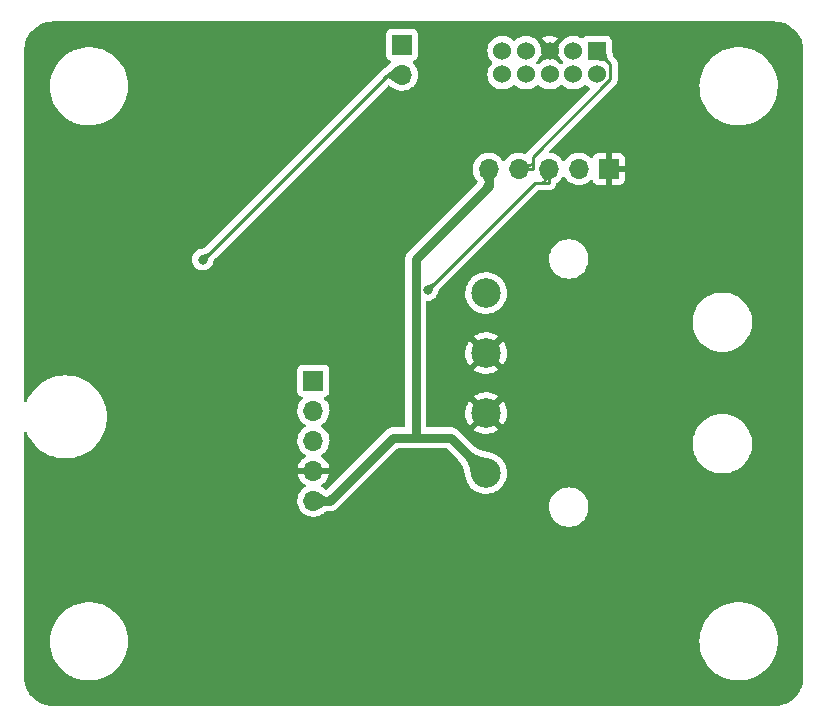
<source format=gbl>
G04 #@! TF.GenerationSoftware,KiCad,Pcbnew,(6.0.8)*
G04 #@! TF.CreationDate,2022-10-08T19:14:22-07:00*
G04 #@! TF.ProjectId,opnsense-gps-pps,6f706e73-656e-4736-952d-6770732d7070,rev?*
G04 #@! TF.SameCoordinates,Original*
G04 #@! TF.FileFunction,Copper,L2,Bot*
G04 #@! TF.FilePolarity,Positive*
%FSLAX46Y46*%
G04 Gerber Fmt 4.6, Leading zero omitted, Abs format (unit mm)*
G04 Created by KiCad (PCBNEW (6.0.8)) date 2022-10-08 19:14:22*
%MOMM*%
%LPD*%
G01*
G04 APERTURE LIST*
G04 #@! TA.AperFunction,ComponentPad*
%ADD10C,2.500000*%
G04 #@! TD*
G04 #@! TA.AperFunction,ComponentPad*
%ADD11R,1.700000X1.700000*%
G04 #@! TD*
G04 #@! TA.AperFunction,ComponentPad*
%ADD12O,1.700000X1.700000*%
G04 #@! TD*
G04 #@! TA.AperFunction,ComponentPad*
%ADD13R,1.524003X1.524003*%
G04 #@! TD*
G04 #@! TA.AperFunction,ComponentPad*
%ADD14C,1.524003*%
G04 #@! TD*
G04 #@! TA.AperFunction,ViaPad*
%ADD15C,0.800000*%
G04 #@! TD*
G04 #@! TA.AperFunction,Conductor*
%ADD16C,0.250000*%
G04 #@! TD*
G04 #@! TA.AperFunction,Conductor*
%ADD17C,0.750000*%
G04 #@! TD*
G04 APERTURE END LIST*
D10*
X103625000Y-67505000D03*
X103625000Y-72585000D03*
X103625000Y-77665000D03*
X103625000Y-82745000D03*
D11*
X96500000Y-46475000D03*
D12*
X96500000Y-49015000D03*
D13*
X113000025Y-47000000D03*
D14*
X113000025Y-49000000D03*
X111000025Y-47000000D03*
X111000025Y-49000000D03*
X109000025Y-47000000D03*
X109000025Y-49000000D03*
X107000025Y-47000000D03*
X107000025Y-49000000D03*
X105000025Y-47000000D03*
X105000025Y-49000000D03*
D11*
X114000000Y-57000000D03*
D12*
X111460000Y-57000000D03*
X108920000Y-57000000D03*
X106380000Y-57000000D03*
X103840000Y-57000000D03*
D11*
X89000000Y-74925000D03*
D12*
X89000000Y-77465000D03*
X89000000Y-80005000D03*
X89000000Y-82545000D03*
X89000000Y-85085000D03*
D15*
X79628800Y-64675000D03*
X98666100Y-67253900D03*
D16*
X79664700Y-64675000D02*
X79628800Y-64675000D01*
X95324700Y-49015000D02*
X79664700Y-64675000D01*
X96500000Y-49015000D02*
X95324700Y-49015000D01*
X108920000Y-57000000D02*
X108920000Y-58175300D01*
X107744700Y-58175300D02*
X98666100Y-67253900D01*
X108920000Y-58175300D02*
X107744700Y-58175300D01*
X114129100Y-48129100D02*
X113000000Y-47000000D01*
X114129100Y-49427800D02*
X114129100Y-48129100D01*
X107555300Y-56001600D02*
X114129100Y-49427800D01*
X107555300Y-57000000D02*
X107555300Y-56001600D01*
X106380000Y-57000000D02*
X107555300Y-57000000D01*
D17*
X89000000Y-85085000D02*
X90425300Y-85085000D01*
X103840000Y-57000000D02*
X103840000Y-58425300D01*
X97659100Y-64606200D02*
X103840000Y-58425300D01*
X97659100Y-79765700D02*
X97659100Y-64606200D01*
X95744600Y-79765700D02*
X97659100Y-79765700D01*
X90425300Y-85085000D02*
X95744600Y-79765700D01*
X100645700Y-79765700D02*
X103625000Y-82745000D01*
X97659100Y-79765700D02*
X100645700Y-79765700D01*
G04 #@! TA.AperFunction,Conductor*
G36*
X112926105Y-46734412D02*
G01*
X113711280Y-46749780D01*
X113719484Y-46753368D01*
X113722266Y-46758145D01*
X113765752Y-46904466D01*
X113765999Y-46905450D01*
X113794326Y-47043696D01*
X113794455Y-47044452D01*
X113811774Y-47170461D01*
X113811814Y-47170780D01*
X113824537Y-47288026D01*
X113839074Y-47399598D01*
X113861863Y-47508712D01*
X113899356Y-47618731D01*
X113899552Y-47619112D01*
X113899552Y-47619113D01*
X113957821Y-47732651D01*
X113957825Y-47732658D01*
X113958009Y-47733016D01*
X114044274Y-47854928D01*
X114044504Y-47855182D01*
X114044508Y-47855187D01*
X114157132Y-47979576D01*
X114160145Y-47988009D01*
X114156732Y-47995702D01*
X113995702Y-48156732D01*
X113987429Y-48160159D01*
X113979576Y-48157132D01*
X113855185Y-48044506D01*
X113855180Y-48044502D01*
X113854926Y-48044272D01*
X113733012Y-47958005D01*
X113732654Y-47957821D01*
X113732647Y-47957817D01*
X113619108Y-47899546D01*
X113619107Y-47899546D01*
X113618726Y-47899350D01*
X113508706Y-47861855D01*
X113399591Y-47839063D01*
X113399371Y-47839034D01*
X113399369Y-47839034D01*
X113381183Y-47836664D01*
X113288019Y-47824523D01*
X113287999Y-47824521D01*
X113287977Y-47824518D01*
X113186003Y-47813449D01*
X113170781Y-47811796D01*
X113170454Y-47811756D01*
X113044441Y-47794431D01*
X113043686Y-47794302D01*
X112974140Y-47780049D01*
X112905439Y-47765968D01*
X112904469Y-47765725D01*
X112840675Y-47746763D01*
X112758136Y-47722229D01*
X112751183Y-47716587D01*
X112749772Y-47711242D01*
X112730862Y-46742750D01*
X112734127Y-46734412D01*
X112742789Y-46730824D01*
X112926105Y-46734412D01*
G37*
G04 #@! TD.AperFunction*
G04 #@! TA.AperFunction,Conductor*
G36*
X106758094Y-56239295D02*
G01*
X106838717Y-56284931D01*
X106839527Y-56285435D01*
X106931001Y-56347739D01*
X106931354Y-56347990D01*
X107023651Y-56416215D01*
X107023697Y-56416250D01*
X107105983Y-56477705D01*
X107113525Y-56483338D01*
X107197809Y-56542359D01*
X107273500Y-56586404D01*
X107274036Y-56586589D01*
X107274039Y-56586591D01*
X107336308Y-56608150D01*
X107336309Y-56608150D01*
X107337597Y-56608596D01*
X107387097Y-56602060D01*
X107398808Y-56586591D01*
X107418085Y-56561128D01*
X107418086Y-56561127D01*
X107418999Y-56559920D01*
X107428944Y-56485450D01*
X107433436Y-56477705D01*
X107440541Y-56475300D01*
X107666856Y-56475300D01*
X107675129Y-56478727D01*
X107678556Y-56487000D01*
X107678444Y-56488615D01*
X107667960Y-56563829D01*
X107666809Y-56567501D01*
X107634321Y-56631642D01*
X107632129Y-56634656D01*
X107583976Y-56682481D01*
X107581910Y-56684115D01*
X107522369Y-56721093D01*
X107521183Y-56721738D01*
X107455234Y-56752809D01*
X107455074Y-56752883D01*
X107400350Y-56777667D01*
X107388505Y-56783032D01*
X107388302Y-56783146D01*
X107388292Y-56783151D01*
X107327792Y-56817121D01*
X107327788Y-56817124D01*
X107327264Y-56817418D01*
X107276831Y-56861429D01*
X107242608Y-56920482D01*
X107242440Y-56921544D01*
X107242439Y-56921546D01*
X107231565Y-56990132D01*
X107226885Y-56997767D01*
X107220009Y-57000000D01*
X105984046Y-57000000D01*
X105975773Y-56996573D01*
X105972346Y-56988300D01*
X105975936Y-56979867D01*
X106744221Y-56241044D01*
X106752560Y-56237779D01*
X106758094Y-56239295D01*
G37*
G04 #@! TD.AperFunction*
G04 #@! TA.AperFunction,Conductor*
G36*
X99144304Y-66614877D02*
G01*
X99305122Y-66775695D01*
X99308549Y-66783968D01*
X99305415Y-66791937D01*
X99278651Y-66820707D01*
X99251446Y-66849950D01*
X99251301Y-66850136D01*
X99251295Y-66850143D01*
X99224550Y-66884457D01*
X99204515Y-66910162D01*
X99204352Y-66910423D01*
X99204351Y-66910425D01*
X99169860Y-66965790D01*
X99169856Y-66965797D01*
X99169683Y-66966075D01*
X99144322Y-67019450D01*
X99144221Y-67019736D01*
X99144218Y-67019744D01*
X99125884Y-67071831D01*
X99125806Y-67072053D01*
X99111507Y-67125645D01*
X99111476Y-67125783D01*
X99098800Y-67181985D01*
X99098797Y-67181989D01*
X99098799Y-67181989D01*
X99085087Y-67242697D01*
X99085006Y-67243030D01*
X99067717Y-67309711D01*
X99067557Y-67310267D01*
X99046473Y-67377153D01*
X99040717Y-67384014D01*
X99035543Y-67385334D01*
X98536844Y-67395083D01*
X98528505Y-67391818D01*
X98524917Y-67383156D01*
X98534666Y-66884457D01*
X98538254Y-66876253D01*
X98542846Y-66873527D01*
X98609737Y-66852441D01*
X98610318Y-66852275D01*
X98676943Y-66835000D01*
X98677302Y-66834912D01*
X98738010Y-66821200D01*
X98738010Y-66821201D01*
X98738014Y-66821199D01*
X98794354Y-66808492D01*
X98847946Y-66794193D01*
X98848168Y-66794115D01*
X98900255Y-66775781D01*
X98900263Y-66775778D01*
X98900549Y-66775677D01*
X98953924Y-66750316D01*
X98954202Y-66750143D01*
X98954209Y-66750139D01*
X99009574Y-66715648D01*
X99009576Y-66715647D01*
X99009837Y-66715484D01*
X99010075Y-66715298D01*
X99010080Y-66715295D01*
X99069856Y-66668704D01*
X99069863Y-66668698D01*
X99070049Y-66668553D01*
X99128064Y-66614583D01*
X99136453Y-66611458D01*
X99144304Y-66614877D01*
G37*
G04 #@! TD.AperFunction*
G04 #@! TA.AperFunction,Conductor*
G36*
X89378114Y-84324362D02*
G01*
X89480198Y-84382892D01*
X89481213Y-84383546D01*
X89583793Y-84457371D01*
X89584247Y-84457716D01*
X89682045Y-84536150D01*
X89776365Y-84612112D01*
X89776490Y-84612202D01*
X89868301Y-84678312D01*
X89868307Y-84678316D01*
X89868592Y-84678521D01*
X89960327Y-84728472D01*
X90053172Y-84755059D01*
X90067499Y-84754507D01*
X90147699Y-84751419D01*
X90147701Y-84751419D01*
X90148727Y-84751379D01*
X90204291Y-84728649D01*
X90247814Y-84710845D01*
X90247817Y-84710843D01*
X90248595Y-84710525D01*
X90288456Y-84678521D01*
X90346198Y-84632161D01*
X90354795Y-84629653D01*
X90361796Y-84633011D01*
X90875756Y-85146971D01*
X90879183Y-85155244D01*
X90875756Y-85163517D01*
X90875080Y-85164142D01*
X90741112Y-85278530D01*
X90739445Y-85279718D01*
X90602245Y-85360381D01*
X90600391Y-85361262D01*
X90537980Y-85384442D01*
X90467889Y-85410475D01*
X90466254Y-85410950D01*
X90389636Y-85427282D01*
X90337352Y-85438428D01*
X90336329Y-85438598D01*
X90210008Y-85453921D01*
X90209841Y-85453939D01*
X90085639Y-85466690D01*
X90085462Y-85466719D01*
X90085460Y-85466719D01*
X89963685Y-85486483D01*
X89963678Y-85486485D01*
X89963300Y-85486546D01*
X89842214Y-85523234D01*
X89721691Y-85586487D01*
X89721224Y-85586872D01*
X89721223Y-85586873D01*
X89607346Y-85680837D01*
X89598784Y-85683460D01*
X89593986Y-85681908D01*
X89430613Y-85586206D01*
X88709037Y-85163517D01*
X88588338Y-85092813D01*
X88582932Y-85085675D01*
X88584157Y-85076804D01*
X88586142Y-85074285D01*
X88918098Y-84755059D01*
X89364185Y-84326079D01*
X89372523Y-84322814D01*
X89378114Y-84324362D01*
G37*
G04 #@! TD.AperFunction*
G04 #@! TA.AperFunction,Conductor*
G36*
X103845828Y-56585819D02*
G01*
X103847813Y-56588338D01*
X104370847Y-57481212D01*
X104436908Y-57593986D01*
X104438133Y-57602857D01*
X104435837Y-57607345D01*
X104341487Y-57721691D01*
X104341207Y-57722224D01*
X104341206Y-57722226D01*
X104312793Y-57776365D01*
X104278234Y-57842214D01*
X104241546Y-57963300D01*
X104241485Y-57963678D01*
X104241483Y-57963685D01*
X104227105Y-58052276D01*
X104221690Y-58085639D01*
X104215116Y-58149678D01*
X104208942Y-58209818D01*
X104208918Y-58210032D01*
X104193599Y-58336325D01*
X104193428Y-58337352D01*
X104189798Y-58354378D01*
X104165950Y-58466254D01*
X104165475Y-58467889D01*
X104116263Y-58600389D01*
X104115381Y-58602245D01*
X104034718Y-58739445D01*
X104033530Y-58741112D01*
X103919142Y-58875080D01*
X103911164Y-58879147D01*
X103902647Y-58876381D01*
X103901971Y-58875756D01*
X103388011Y-58361796D01*
X103384584Y-58353523D01*
X103387161Y-58346198D01*
X103464996Y-58249254D01*
X103465525Y-58248595D01*
X103465843Y-58247817D01*
X103465845Y-58247814D01*
X103505990Y-58149678D01*
X103506379Y-58148727D01*
X103510059Y-58053172D01*
X103483472Y-57960327D01*
X103433521Y-57868592D01*
X103433316Y-57868307D01*
X103433312Y-57868301D01*
X103367202Y-57776490D01*
X103367112Y-57776365D01*
X103323080Y-57721691D01*
X103291150Y-57682045D01*
X103291135Y-57682026D01*
X103227641Y-57602857D01*
X103212716Y-57584247D01*
X103212371Y-57583793D01*
X103138546Y-57481212D01*
X103137892Y-57480198D01*
X103079362Y-57378114D01*
X103078220Y-57369232D01*
X103081078Y-57364185D01*
X103829285Y-56586142D01*
X103837489Y-56582554D01*
X103845828Y-56585819D01*
G37*
G04 #@! TD.AperFunction*
G04 #@! TA.AperFunction,Conductor*
G36*
X102137733Y-80726818D02*
G01*
X102339149Y-80913991D01*
X102339333Y-80914133D01*
X102339339Y-80914139D01*
X102412104Y-80970632D01*
X102529677Y-81061912D01*
X102529936Y-81062072D01*
X102529943Y-81062077D01*
X102659466Y-81142143D01*
X102706644Y-81171306D01*
X102706940Y-81171445D01*
X102706944Y-81171447D01*
X102789639Y-81210236D01*
X102875640Y-81250577D01*
X102875919Y-81250673D01*
X102875923Y-81250675D01*
X103042029Y-81308051D01*
X103042037Y-81308054D01*
X103042253Y-81308128D01*
X103125160Y-81329724D01*
X103211980Y-81352340D01*
X103211991Y-81352343D01*
X103212073Y-81352364D01*
X103212152Y-81352381D01*
X103212167Y-81352385D01*
X103390673Y-81391685D01*
X103390691Y-81391689D01*
X103583499Y-81434462D01*
X103583876Y-81434552D01*
X103796372Y-81489140D01*
X103796971Y-81489311D01*
X104027195Y-81561706D01*
X104034059Y-81567457D01*
X104035383Y-81572638D01*
X104066703Y-83174776D01*
X104063438Y-83183115D01*
X104054776Y-83186703D01*
X102452638Y-83155383D01*
X102444434Y-83151795D01*
X102441706Y-83147195D01*
X102369311Y-82916971D01*
X102369140Y-82916372D01*
X102314552Y-82703876D01*
X102314462Y-82703499D01*
X102271689Y-82510691D01*
X102271685Y-82510673D01*
X102232385Y-82332167D01*
X102232381Y-82332152D01*
X102232364Y-82332073D01*
X102188128Y-82162253D01*
X102130577Y-81995640D01*
X102051306Y-81826644D01*
X102022143Y-81779466D01*
X101942077Y-81649943D01*
X101942072Y-81649936D01*
X101941912Y-81649677D01*
X101817335Y-81489217D01*
X101794139Y-81459339D01*
X101794133Y-81459333D01*
X101793991Y-81459149D01*
X101606818Y-81257732D01*
X101603697Y-81249338D01*
X101607116Y-81241494D01*
X102121494Y-80727116D01*
X102129767Y-80723689D01*
X102137733Y-80726818D01*
G37*
G04 #@! TD.AperFunction*
G04 #@! TA.AperFunction,Conductor*
G36*
X80135836Y-64043051D02*
G01*
X80296627Y-64203842D01*
X80300054Y-64212115D01*
X80296897Y-64220110D01*
X80239848Y-64281069D01*
X80189994Y-64343653D01*
X80152313Y-64401466D01*
X80124046Y-64456378D01*
X80102435Y-64510259D01*
X80084723Y-64564978D01*
X80084685Y-64565111D01*
X80068166Y-64622356D01*
X80068152Y-64622405D01*
X80050019Y-64684217D01*
X80049904Y-64684587D01*
X80027491Y-64752583D01*
X80027291Y-64753141D01*
X80000732Y-64821799D01*
X79994551Y-64828279D01*
X79989317Y-64829267D01*
X79607651Y-64812848D01*
X79490973Y-64807829D01*
X79482855Y-64804050D01*
X79479815Y-64795181D01*
X79520714Y-64298038D01*
X79524808Y-64290073D01*
X79529527Y-64287650D01*
X79562664Y-64279337D01*
X79597628Y-64270566D01*
X79598132Y-64270451D01*
X79665989Y-64256579D01*
X79666245Y-64256530D01*
X79727813Y-64245367D01*
X79727828Y-64245364D01*
X79784847Y-64234437D01*
X79784983Y-64234404D01*
X79784992Y-64234402D01*
X79807543Y-64228919D01*
X79838940Y-64221286D01*
X79891888Y-64203422D01*
X79892174Y-64203288D01*
X79892182Y-64203285D01*
X79921849Y-64189407D01*
X79945472Y-64178357D01*
X80001474Y-64143602D01*
X80001712Y-64143417D01*
X80001717Y-64143413D01*
X80061480Y-64096820D01*
X80061674Y-64096669D01*
X80119279Y-64043051D01*
X80119592Y-64042760D01*
X80127982Y-64039632D01*
X80135836Y-64043051D01*
G37*
G04 #@! TD.AperFunction*
G04 #@! TA.AperFunction,Conductor*
G36*
X95906612Y-48418442D02*
G01*
X96617133Y-48834656D01*
X96911662Y-49007187D01*
X96917068Y-49014325D01*
X96915843Y-49023196D01*
X96913859Y-49025714D01*
X96289188Y-49626430D01*
X96135752Y-49773982D01*
X96127413Y-49777247D01*
X96121922Y-49775755D01*
X96001257Y-49708112D01*
X96000347Y-49707545D01*
X95882670Y-49626589D01*
X95882223Y-49626266D01*
X95772210Y-49542677D01*
X95682224Y-49474407D01*
X95667895Y-49463536D01*
X95667763Y-49463448D01*
X95667750Y-49463438D01*
X95567594Y-49396164D01*
X95567588Y-49396160D01*
X95567276Y-49395951D01*
X95468138Y-49346867D01*
X95467492Y-49346714D01*
X95467489Y-49346713D01*
X95427211Y-49337179D01*
X95368264Y-49323226D01*
X95317201Y-49327570D01*
X95266413Y-49331890D01*
X95266412Y-49331890D01*
X95265439Y-49331973D01*
X95157446Y-49380052D01*
X95050263Y-49467707D01*
X95041691Y-49470291D01*
X95034585Y-49466922D01*
X94873698Y-49306035D01*
X94870271Y-49297762D01*
X94873829Y-49289361D01*
X94999484Y-49167634D01*
X94999753Y-49167383D01*
X95116545Y-49061963D01*
X95116801Y-49061740D01*
X95220238Y-48975061D01*
X95220537Y-48974819D01*
X95314530Y-48901173D01*
X95314729Y-48901021D01*
X95403236Y-48834678D01*
X95403265Y-48834656D01*
X95490226Y-48769895D01*
X95579327Y-48701179D01*
X95579338Y-48701170D01*
X95579385Y-48701134D01*
X95579424Y-48701102D01*
X95579449Y-48701082D01*
X95674543Y-48622760D01*
X95674545Y-48622759D01*
X95674634Y-48622685D01*
X95779862Y-48528857D01*
X95892577Y-48420118D01*
X95900910Y-48416840D01*
X95906612Y-48418442D01*
G37*
G04 #@! TD.AperFunction*
G04 #@! TA.AperFunction,Conductor*
G36*
X108916410Y-56595613D02*
G01*
X108920000Y-56604046D01*
X108920000Y-57840009D01*
X108916573Y-57848282D01*
X108910133Y-57851564D01*
X108871808Y-57857641D01*
X108841546Y-57862439D01*
X108841544Y-57862440D01*
X108840482Y-57862608D01*
X108781429Y-57896831D01*
X108737418Y-57947264D01*
X108737124Y-57947788D01*
X108737121Y-57947792D01*
X108703151Y-58008292D01*
X108703146Y-58008302D01*
X108703032Y-58008505D01*
X108702932Y-58008726D01*
X108672883Y-58075074D01*
X108672809Y-58075234D01*
X108641738Y-58141183D01*
X108641093Y-58142369D01*
X108604117Y-58201907D01*
X108602481Y-58203976D01*
X108554656Y-58252129D01*
X108551642Y-58254321D01*
X108487501Y-58286809D01*
X108483829Y-58287960D01*
X108408615Y-58298444D01*
X108399948Y-58296192D01*
X108395412Y-58288471D01*
X108395300Y-58286856D01*
X108395300Y-58060541D01*
X108398727Y-58052268D01*
X108405450Y-58048944D01*
X108479920Y-58038999D01*
X108481127Y-58038086D01*
X108481128Y-58038085D01*
X108520190Y-58008513D01*
X108520190Y-58008512D01*
X108522060Y-58007097D01*
X108528596Y-57957597D01*
X108528150Y-57956308D01*
X108506591Y-57894039D01*
X108506589Y-57894036D01*
X108506404Y-57893500D01*
X108462359Y-57817809D01*
X108403338Y-57733525D01*
X108403294Y-57733466D01*
X108336250Y-57643697D01*
X108336215Y-57643651D01*
X108267990Y-57551354D01*
X108267729Y-57550986D01*
X108205435Y-57459527D01*
X108204931Y-57458717D01*
X108159295Y-57378094D01*
X108158202Y-57369207D01*
X108161044Y-57364221D01*
X108899867Y-56595936D01*
X108908071Y-56592348D01*
X108916410Y-56595613D01*
G37*
G04 #@! TD.AperFunction*
G04 #@! TA.AperFunction,Conductor*
G36*
X127970018Y-44510000D02*
G01*
X127984851Y-44512310D01*
X127984855Y-44512310D01*
X127993724Y-44513691D01*
X128010923Y-44511442D01*
X128034863Y-44510609D01*
X128292710Y-44526206D01*
X128307814Y-44528040D01*
X128379786Y-44541229D01*
X128588760Y-44579525D01*
X128603526Y-44583164D01*
X128876231Y-44668142D01*
X128890445Y-44673534D01*
X129108223Y-44771547D01*
X129150906Y-44790757D01*
X129164379Y-44797828D01*
X129408813Y-44945595D01*
X129421334Y-44954238D01*
X129646171Y-45130385D01*
X129657560Y-45140475D01*
X129859525Y-45342440D01*
X129869615Y-45353829D01*
X130045762Y-45578666D01*
X130054405Y-45591187D01*
X130202172Y-45835621D01*
X130209242Y-45849092D01*
X130326466Y-46109555D01*
X130331858Y-46123769D01*
X130391354Y-46314700D01*
X130416836Y-46396473D01*
X130420475Y-46411240D01*
X130458771Y-46620214D01*
X130471960Y-46692186D01*
X130473794Y-46707290D01*
X130488953Y-46957904D01*
X130487692Y-46984716D01*
X130487690Y-46984852D01*
X130486309Y-46993724D01*
X130487473Y-47002626D01*
X130487473Y-47002628D01*
X130490436Y-47025283D01*
X130491500Y-47041621D01*
X130491500Y-99950633D01*
X130490000Y-99970018D01*
X130487690Y-99984851D01*
X130487690Y-99984855D01*
X130486309Y-99993724D01*
X130488558Y-100010919D01*
X130489391Y-100034863D01*
X130473794Y-100292710D01*
X130471960Y-100307814D01*
X130420477Y-100588754D01*
X130416836Y-100603527D01*
X130331859Y-100876227D01*
X130326466Y-100890445D01*
X130209243Y-101150906D01*
X130202172Y-101164379D01*
X130054405Y-101408813D01*
X130045762Y-101421334D01*
X129869615Y-101646171D01*
X129859525Y-101657560D01*
X129657560Y-101859525D01*
X129646171Y-101869615D01*
X129421334Y-102045762D01*
X129408813Y-102054405D01*
X129164379Y-102202172D01*
X129150908Y-102209242D01*
X128890445Y-102326466D01*
X128876231Y-102331858D01*
X128603527Y-102416836D01*
X128588760Y-102420475D01*
X128379786Y-102458771D01*
X128307814Y-102471960D01*
X128292710Y-102473794D01*
X128042096Y-102488953D01*
X128015284Y-102487692D01*
X128015148Y-102487690D01*
X128006276Y-102486309D01*
X127997374Y-102487473D01*
X127997372Y-102487473D01*
X127982707Y-102489391D01*
X127974714Y-102490436D01*
X127958379Y-102491500D01*
X67049367Y-102491500D01*
X67029982Y-102490000D01*
X67015149Y-102487690D01*
X67015145Y-102487690D01*
X67006276Y-102486309D01*
X66989077Y-102488558D01*
X66965137Y-102489391D01*
X66707290Y-102473794D01*
X66692186Y-102471960D01*
X66620214Y-102458771D01*
X66411240Y-102420475D01*
X66396473Y-102416836D01*
X66123769Y-102331858D01*
X66109555Y-102326466D01*
X65849092Y-102209242D01*
X65835621Y-102202172D01*
X65591187Y-102054405D01*
X65578666Y-102045762D01*
X65353829Y-101869615D01*
X65342440Y-101859525D01*
X65140475Y-101657560D01*
X65130385Y-101646171D01*
X64954238Y-101421334D01*
X64945595Y-101408813D01*
X64797828Y-101164379D01*
X64790757Y-101150906D01*
X64673534Y-100890445D01*
X64668141Y-100876227D01*
X64583164Y-100603527D01*
X64579523Y-100588754D01*
X64528040Y-100307814D01*
X64526206Y-100292710D01*
X64511269Y-100045768D01*
X64512520Y-100022216D01*
X64512334Y-100022199D01*
X64512769Y-100017350D01*
X64513576Y-100012552D01*
X64513729Y-100000000D01*
X64509773Y-99972376D01*
X64508500Y-99954514D01*
X64508500Y-96988434D01*
X66686661Y-96988434D01*
X66704792Y-97346340D01*
X66705329Y-97349695D01*
X66705330Y-97349701D01*
X66710316Y-97380828D01*
X66761470Y-97700195D01*
X66856033Y-98045859D01*
X66987374Y-98379288D01*
X67153957Y-98696582D01*
X67155858Y-98699411D01*
X67155864Y-98699421D01*
X67339569Y-98972800D01*
X67353834Y-98994029D01*
X67584665Y-99268150D01*
X67843751Y-99515738D01*
X68128061Y-99733897D01*
X68160056Y-99753350D01*
X68431355Y-99918303D01*
X68431360Y-99918306D01*
X68434270Y-99920075D01*
X68437358Y-99921521D01*
X68437357Y-99921521D01*
X68755710Y-100070649D01*
X68755720Y-100070653D01*
X68758794Y-100072093D01*
X68762012Y-100073195D01*
X68762015Y-100073196D01*
X69094615Y-100187071D01*
X69094623Y-100187073D01*
X69097838Y-100188174D01*
X69447435Y-100266959D01*
X69499728Y-100272917D01*
X69800114Y-100307142D01*
X69800122Y-100307142D01*
X69803497Y-100307527D01*
X69806901Y-100307545D01*
X69806904Y-100307545D01*
X70001227Y-100308562D01*
X70161857Y-100309403D01*
X70165243Y-100309053D01*
X70165245Y-100309053D01*
X70514932Y-100272917D01*
X70514941Y-100272916D01*
X70518324Y-100272566D01*
X70521657Y-100271852D01*
X70521660Y-100271851D01*
X70694186Y-100234864D01*
X70868727Y-100197446D01*
X71208968Y-100084922D01*
X71535066Y-99936311D01*
X71629052Y-99880506D01*
X71840262Y-99755099D01*
X71840267Y-99755096D01*
X71843207Y-99753350D01*
X72129786Y-99538180D01*
X72391451Y-99293319D01*
X72625140Y-99021630D01*
X72731750Y-98866512D01*
X72826190Y-98729101D01*
X72826195Y-98729094D01*
X72828120Y-98726292D01*
X72829732Y-98723298D01*
X72829737Y-98723290D01*
X72996395Y-98413772D01*
X72998017Y-98410760D01*
X73132842Y-98078724D01*
X73143142Y-98042568D01*
X73163527Y-97971006D01*
X73231020Y-97734070D01*
X73291401Y-97380828D01*
X73293511Y-97346340D01*
X73313168Y-97024928D01*
X73313278Y-97023131D01*
X73313359Y-97000000D01*
X73312733Y-96988434D01*
X121686661Y-96988434D01*
X121704792Y-97346340D01*
X121705329Y-97349695D01*
X121705330Y-97349701D01*
X121710316Y-97380828D01*
X121761470Y-97700195D01*
X121856033Y-98045859D01*
X121987374Y-98379288D01*
X122153957Y-98696582D01*
X122155858Y-98699411D01*
X122155864Y-98699421D01*
X122339569Y-98972800D01*
X122353834Y-98994029D01*
X122584665Y-99268150D01*
X122843751Y-99515738D01*
X123128061Y-99733897D01*
X123160056Y-99753350D01*
X123431355Y-99918303D01*
X123431360Y-99918306D01*
X123434270Y-99920075D01*
X123437358Y-99921521D01*
X123437357Y-99921521D01*
X123755710Y-100070649D01*
X123755720Y-100070653D01*
X123758794Y-100072093D01*
X123762012Y-100073195D01*
X123762015Y-100073196D01*
X124094615Y-100187071D01*
X124094623Y-100187073D01*
X124097838Y-100188174D01*
X124447435Y-100266959D01*
X124499728Y-100272917D01*
X124800114Y-100307142D01*
X124800122Y-100307142D01*
X124803497Y-100307527D01*
X124806901Y-100307545D01*
X124806904Y-100307545D01*
X125001227Y-100308562D01*
X125161857Y-100309403D01*
X125165243Y-100309053D01*
X125165245Y-100309053D01*
X125514932Y-100272917D01*
X125514941Y-100272916D01*
X125518324Y-100272566D01*
X125521657Y-100271852D01*
X125521660Y-100271851D01*
X125694186Y-100234864D01*
X125868727Y-100197446D01*
X126208968Y-100084922D01*
X126535066Y-99936311D01*
X126629052Y-99880506D01*
X126840262Y-99755099D01*
X126840267Y-99755096D01*
X126843207Y-99753350D01*
X127129786Y-99538180D01*
X127391451Y-99293319D01*
X127625140Y-99021630D01*
X127731750Y-98866512D01*
X127826190Y-98729101D01*
X127826195Y-98729094D01*
X127828120Y-98726292D01*
X127829732Y-98723298D01*
X127829737Y-98723290D01*
X127996395Y-98413772D01*
X127998017Y-98410760D01*
X128132842Y-98078724D01*
X128143142Y-98042568D01*
X128163527Y-97971006D01*
X128231020Y-97734070D01*
X128291401Y-97380828D01*
X128293511Y-97346340D01*
X128313168Y-97024928D01*
X128313278Y-97023131D01*
X128313359Y-97000000D01*
X128293979Y-96642159D01*
X128236066Y-96288505D01*
X128140297Y-95943173D01*
X128137243Y-95935497D01*
X128009052Y-95613369D01*
X128007793Y-95610205D01*
X127977768Y-95553498D01*
X127841702Y-95296513D01*
X127841698Y-95296506D01*
X127840103Y-95293494D01*
X127639190Y-94996746D01*
X127407403Y-94723432D01*
X127147454Y-94476750D01*
X126862384Y-94259585D01*
X126859472Y-94257828D01*
X126859467Y-94257825D01*
X126558443Y-94076236D01*
X126558437Y-94076233D01*
X126555528Y-94074478D01*
X126230475Y-93923593D01*
X126060752Y-93866145D01*
X125894255Y-93809789D01*
X125894250Y-93809788D01*
X125891028Y-93808697D01*
X125692681Y-93764724D01*
X125544493Y-93731871D01*
X125544487Y-93731870D01*
X125541158Y-93731132D01*
X125537769Y-93730758D01*
X125537764Y-93730757D01*
X125188338Y-93692180D01*
X125188333Y-93692180D01*
X125184957Y-93691807D01*
X125181558Y-93691801D01*
X125181557Y-93691801D01*
X125012080Y-93691505D01*
X124826592Y-93691182D01*
X124713413Y-93703277D01*
X124473639Y-93728901D01*
X124473631Y-93728902D01*
X124470256Y-93729263D01*
X124120117Y-93805606D01*
X123780271Y-93919317D01*
X123777178Y-93920739D01*
X123777177Y-93920740D01*
X123770974Y-93923593D01*
X123454694Y-94069066D01*
X123147193Y-94253101D01*
X123144467Y-94255163D01*
X123144465Y-94255164D01*
X123138620Y-94259585D01*
X122861367Y-94469270D01*
X122600559Y-94715043D01*
X122367819Y-94987546D01*
X122365900Y-94990358D01*
X122365897Y-94990363D01*
X122272624Y-95127097D01*
X122165871Y-95283591D01*
X121997077Y-95599714D01*
X121863411Y-95932218D01*
X121862491Y-95935492D01*
X121862489Y-95935497D01*
X121860332Y-95943173D01*
X121766437Y-96277213D01*
X121707290Y-96630663D01*
X121686661Y-96988434D01*
X73312733Y-96988434D01*
X73293979Y-96642159D01*
X73236066Y-96288505D01*
X73140297Y-95943173D01*
X73137243Y-95935497D01*
X73009052Y-95613369D01*
X73007793Y-95610205D01*
X72977768Y-95553498D01*
X72841702Y-95296513D01*
X72841698Y-95296506D01*
X72840103Y-95293494D01*
X72639190Y-94996746D01*
X72407403Y-94723432D01*
X72147454Y-94476750D01*
X71862384Y-94259585D01*
X71859472Y-94257828D01*
X71859467Y-94257825D01*
X71558443Y-94076236D01*
X71558437Y-94076233D01*
X71555528Y-94074478D01*
X71230475Y-93923593D01*
X71060752Y-93866145D01*
X70894255Y-93809789D01*
X70894250Y-93809788D01*
X70891028Y-93808697D01*
X70692681Y-93764724D01*
X70544493Y-93731871D01*
X70544487Y-93731870D01*
X70541158Y-93731132D01*
X70537769Y-93730758D01*
X70537764Y-93730757D01*
X70188338Y-93692180D01*
X70188333Y-93692180D01*
X70184957Y-93691807D01*
X70181558Y-93691801D01*
X70181557Y-93691801D01*
X70012080Y-93691505D01*
X69826592Y-93691182D01*
X69713413Y-93703277D01*
X69473639Y-93728901D01*
X69473631Y-93728902D01*
X69470256Y-93729263D01*
X69120117Y-93805606D01*
X68780271Y-93919317D01*
X68777178Y-93920739D01*
X68777177Y-93920740D01*
X68770974Y-93923593D01*
X68454694Y-94069066D01*
X68147193Y-94253101D01*
X68144467Y-94255163D01*
X68144465Y-94255164D01*
X68138620Y-94259585D01*
X67861367Y-94469270D01*
X67600559Y-94715043D01*
X67367819Y-94987546D01*
X67365900Y-94990358D01*
X67365897Y-94990363D01*
X67272624Y-95127097D01*
X67165871Y-95283591D01*
X66997077Y-95599714D01*
X66863411Y-95932218D01*
X66862491Y-95935492D01*
X66862489Y-95935497D01*
X66860332Y-95943173D01*
X66766437Y-96277213D01*
X66707290Y-96630663D01*
X66686661Y-96988434D01*
X64508500Y-96988434D01*
X64508500Y-85051695D01*
X87637251Y-85051695D01*
X87637548Y-85056848D01*
X87637548Y-85056851D01*
X87640665Y-85110911D01*
X87650110Y-85274715D01*
X87651247Y-85279761D01*
X87651248Y-85279767D01*
X87669316Y-85359938D01*
X87699222Y-85492639D01*
X87750966Y-85620070D01*
X87776867Y-85683856D01*
X87783266Y-85699616D01*
X87834942Y-85783944D01*
X87897022Y-85885249D01*
X87899987Y-85890088D01*
X88046250Y-86058938D01*
X88218126Y-86201632D01*
X88411000Y-86314338D01*
X88619692Y-86394030D01*
X88624760Y-86395061D01*
X88624763Y-86395062D01*
X88732017Y-86416883D01*
X88838597Y-86438567D01*
X88843772Y-86438757D01*
X88843774Y-86438757D01*
X89056673Y-86446564D01*
X89056677Y-86446564D01*
X89061837Y-86446753D01*
X89066957Y-86446097D01*
X89066959Y-86446097D01*
X89278288Y-86419025D01*
X89278289Y-86419025D01*
X89283416Y-86418368D01*
X89288366Y-86416883D01*
X89492429Y-86355661D01*
X89492434Y-86355659D01*
X89497384Y-86354174D01*
X89697994Y-86255896D01*
X89778703Y-86198327D01*
X89875651Y-86129176D01*
X89875657Y-86129171D01*
X89879860Y-86126173D01*
X89883525Y-86122521D01*
X89911137Y-86095006D01*
X89927019Y-86081599D01*
X89930319Y-86079251D01*
X89934160Y-86076911D01*
X89997380Y-86024746D01*
X90019021Y-86010364D01*
X90027148Y-86006099D01*
X90049150Y-85997087D01*
X90071361Y-85990357D01*
X90087688Y-85986577D01*
X90149411Y-85976558D01*
X90156708Y-85975593D01*
X90219372Y-85969159D01*
X90232241Y-85968500D01*
X90345843Y-85968500D01*
X90365555Y-85970051D01*
X90378807Y-85972150D01*
X90385394Y-85971805D01*
X90385398Y-85971805D01*
X90445150Y-85968673D01*
X90451745Y-85968500D01*
X90471606Y-85968500D01*
X90491369Y-85966423D01*
X90497928Y-85965907D01*
X90513727Y-85965079D01*
X90557677Y-85962776D01*
X90557681Y-85962775D01*
X90564271Y-85962430D01*
X90577229Y-85958958D01*
X90596672Y-85955355D01*
X90597095Y-85955311D01*
X90610002Y-85953954D01*
X90673194Y-85933422D01*
X90679496Y-85931556D01*
X90737285Y-85916071D01*
X90743663Y-85914362D01*
X90749542Y-85911366D01*
X90749551Y-85911363D01*
X90755617Y-85908272D01*
X90773879Y-85900708D01*
X90780343Y-85898608D01*
X90780351Y-85898605D01*
X90786631Y-85896564D01*
X90792350Y-85893262D01*
X90792355Y-85893260D01*
X90844167Y-85863346D01*
X90849937Y-85860213D01*
X90909139Y-85830047D01*
X90919559Y-85821609D01*
X90935852Y-85810411D01*
X90936203Y-85810209D01*
X90947469Y-85803704D01*
X90952375Y-85799287D01*
X90952380Y-85799283D01*
X90996838Y-85759253D01*
X91001854Y-85754969D01*
X91014709Y-85744559D01*
X91014712Y-85744556D01*
X91017286Y-85742472D01*
X91031331Y-85728427D01*
X91036116Y-85723886D01*
X91080574Y-85683856D01*
X91080575Y-85683855D01*
X91085485Y-85679434D01*
X91093375Y-85668574D01*
X91106212Y-85653546D01*
X91134758Y-85625000D01*
X108961372Y-85625000D01*
X108981854Y-85885249D01*
X108983008Y-85890056D01*
X108983009Y-85890062D01*
X109010868Y-86006099D01*
X109042796Y-86139089D01*
X109044689Y-86143660D01*
X109044690Y-86143662D01*
X109115387Y-86314338D01*
X109142697Y-86380271D01*
X109279097Y-86602856D01*
X109448637Y-86801363D01*
X109647144Y-86970903D01*
X109869729Y-87107303D01*
X109874299Y-87109196D01*
X109874303Y-87109198D01*
X110106338Y-87205310D01*
X110110911Y-87207204D01*
X110199931Y-87228576D01*
X110359938Y-87266991D01*
X110359944Y-87266992D01*
X110364751Y-87268146D01*
X110455884Y-87275318D01*
X110557385Y-87283307D01*
X110557394Y-87283307D01*
X110559842Y-87283500D01*
X110690158Y-87283500D01*
X110692606Y-87283307D01*
X110692615Y-87283307D01*
X110794116Y-87275318D01*
X110885249Y-87268146D01*
X110890056Y-87266992D01*
X110890062Y-87266991D01*
X111050069Y-87228576D01*
X111139089Y-87207204D01*
X111143662Y-87205310D01*
X111375697Y-87109198D01*
X111375701Y-87109196D01*
X111380271Y-87107303D01*
X111602856Y-86970903D01*
X111801363Y-86801363D01*
X111970903Y-86602856D01*
X112107303Y-86380271D01*
X112134614Y-86314338D01*
X112205310Y-86143662D01*
X112205311Y-86143660D01*
X112207204Y-86139089D01*
X112239132Y-86006099D01*
X112266991Y-85890062D01*
X112266992Y-85890056D01*
X112268146Y-85885249D01*
X112288628Y-85625000D01*
X112268146Y-85364751D01*
X112266992Y-85359944D01*
X112266991Y-85359938D01*
X112208359Y-85115723D01*
X112207204Y-85110911D01*
X112107303Y-84869729D01*
X111970903Y-84647144D01*
X111801363Y-84448637D01*
X111602856Y-84279097D01*
X111380271Y-84142697D01*
X111375701Y-84140804D01*
X111375697Y-84140802D01*
X111143662Y-84044690D01*
X111143660Y-84044689D01*
X111139089Y-84042796D01*
X111050069Y-84021424D01*
X110890062Y-83983009D01*
X110890056Y-83983008D01*
X110885249Y-83981854D01*
X110794116Y-83974682D01*
X110692615Y-83966693D01*
X110692606Y-83966693D01*
X110690158Y-83966500D01*
X110559842Y-83966500D01*
X110557394Y-83966693D01*
X110557385Y-83966693D01*
X110455884Y-83974682D01*
X110364751Y-83981854D01*
X110359944Y-83983008D01*
X110359938Y-83983009D01*
X110199931Y-84021424D01*
X110110911Y-84042796D01*
X110106340Y-84044689D01*
X110106338Y-84044690D01*
X109874303Y-84140802D01*
X109874299Y-84140804D01*
X109869729Y-84142697D01*
X109647144Y-84279097D01*
X109448637Y-84448637D01*
X109279097Y-84647144D01*
X109142697Y-84869729D01*
X109042796Y-85110911D01*
X109041641Y-85115723D01*
X108983009Y-85359938D01*
X108983008Y-85359944D01*
X108981854Y-85364751D01*
X108961372Y-85625000D01*
X91134758Y-85625000D01*
X91181632Y-85578126D01*
X91188910Y-85571399D01*
X91208020Y-85555082D01*
X91208519Y-85554656D01*
X91223678Y-85541185D01*
X91224354Y-85540560D01*
X91275581Y-85485731D01*
X91276395Y-85484359D01*
X91282910Y-85476848D01*
X96073653Y-80686105D01*
X96135965Y-80652079D01*
X96162748Y-80649200D01*
X100227552Y-80649200D01*
X100295673Y-80669202D01*
X100316647Y-80686105D01*
X101206471Y-81575929D01*
X101220942Y-81593260D01*
X101228099Y-81603589D01*
X101228103Y-81603594D01*
X101230662Y-81607287D01*
X101309131Y-81691727D01*
X101398532Y-81787932D01*
X101405759Y-81796435D01*
X101515404Y-81937662D01*
X101523054Y-81948679D01*
X101595155Y-82065318D01*
X101602050Y-82078056D01*
X101651272Y-82182989D01*
X101656290Y-82195351D01*
X101685247Y-82279183D01*
X101694647Y-82306398D01*
X101697482Y-82315773D01*
X101732373Y-82449717D01*
X101733495Y-82454387D01*
X101770158Y-82620915D01*
X101770195Y-82621082D01*
X101770373Y-82621885D01*
X101810503Y-82802778D01*
X101813150Y-82814711D01*
X101814997Y-82822735D01*
X101815087Y-82823112D01*
X101817201Y-82831640D01*
X101871789Y-83044136D01*
X101875366Y-83057332D01*
X101875537Y-83057931D01*
X101879459Y-83071007D01*
X101951854Y-83301231D01*
X101970785Y-83343626D01*
X101972163Y-83346711D01*
X101975700Y-83355507D01*
X102014026Y-83462252D01*
X102016242Y-83466376D01*
X102122338Y-83663831D01*
X102137737Y-83692491D01*
X102140532Y-83696234D01*
X102140534Y-83696237D01*
X102291330Y-83898177D01*
X102291335Y-83898183D01*
X102294122Y-83901915D01*
X102297431Y-83905195D01*
X102297436Y-83905201D01*
X102456145Y-84062530D01*
X102479743Y-84085923D01*
X102483505Y-84088681D01*
X102483508Y-84088684D01*
X102686750Y-84237707D01*
X102690524Y-84240474D01*
X102694667Y-84242654D01*
X102694669Y-84242655D01*
X102917684Y-84359989D01*
X102917689Y-84359991D01*
X102921834Y-84362172D01*
X103168590Y-84448344D01*
X103173183Y-84449216D01*
X103420785Y-84496224D01*
X103420788Y-84496224D01*
X103425374Y-84497095D01*
X103555959Y-84502226D01*
X103681875Y-84507174D01*
X103681881Y-84507174D01*
X103686543Y-84507357D01*
X103765977Y-84498657D01*
X103941707Y-84479412D01*
X103941712Y-84479411D01*
X103946360Y-84478902D01*
X104059116Y-84449216D01*
X104194594Y-84413548D01*
X104194596Y-84413547D01*
X104199117Y-84412357D01*
X104210653Y-84407401D01*
X104434972Y-84311025D01*
X104439262Y-84309182D01*
X104571845Y-84227138D01*
X104657547Y-84174104D01*
X104657548Y-84174104D01*
X104661519Y-84171646D01*
X104665082Y-84168629D01*
X104665087Y-84168626D01*
X104857439Y-84005787D01*
X104857440Y-84005786D01*
X104861005Y-84002768D01*
X104969644Y-83878889D01*
X105030257Y-83809774D01*
X105030261Y-83809769D01*
X105033339Y-83806259D01*
X105174733Y-83586437D01*
X105282083Y-83348129D01*
X105334071Y-83163794D01*
X105351760Y-83101076D01*
X105351761Y-83101073D01*
X105353030Y-83096572D01*
X105360014Y-83041672D01*
X105385616Y-82840421D01*
X105385616Y-82840417D01*
X105386014Y-82837291D01*
X105386386Y-82823112D01*
X105388348Y-82748160D01*
X105388431Y-82745000D01*
X105385848Y-82710239D01*
X105369407Y-82489000D01*
X105369406Y-82488996D01*
X105369061Y-82484348D01*
X105367908Y-82479250D01*
X105312408Y-82233980D01*
X105311377Y-82229423D01*
X105295674Y-82189042D01*
X105218340Y-81990176D01*
X105218339Y-81990173D01*
X105216647Y-81985823D01*
X105195418Y-81948679D01*
X105089270Y-81762960D01*
X105086951Y-81758902D01*
X104925138Y-81553643D01*
X104734763Y-81374557D01*
X104580074Y-81267245D01*
X104523851Y-81228241D01*
X104523848Y-81228239D01*
X104520009Y-81225576D01*
X104515816Y-81223508D01*
X104289781Y-81112040D01*
X104289778Y-81112039D01*
X104285593Y-81109975D01*
X104219001Y-81088659D01*
X104202901Y-81082253D01*
X104185288Y-81073801D01*
X104181231Y-81071854D01*
X104176946Y-81070506D01*
X104176942Y-81070505D01*
X104050354Y-81030699D01*
X103951007Y-80999459D01*
X103950590Y-80999334D01*
X103950561Y-80999325D01*
X103938336Y-80995658D01*
X103938279Y-80995641D01*
X103937931Y-80995537D01*
X103937332Y-80995366D01*
X103930517Y-80993519D01*
X103924524Y-80991894D01*
X103924497Y-80991887D01*
X103924136Y-80991789D01*
X103923839Y-80991713D01*
X103923791Y-80991700D01*
X103816681Y-80964185D01*
X103711640Y-80937201D01*
X103709406Y-80936647D01*
X103703436Y-80935167D01*
X103703359Y-80935148D01*
X103703112Y-80935087D01*
X103702910Y-80935039D01*
X103702874Y-80935030D01*
X103702841Y-80935022D01*
X103702735Y-80934997D01*
X103702531Y-80934950D01*
X103695021Y-80933221D01*
X103694956Y-80933206D01*
X103694711Y-80933150D01*
X103501903Y-80890377D01*
X103501100Y-80890199D01*
X103334379Y-80853493D01*
X103329725Y-80852375D01*
X103195768Y-80817481D01*
X103186403Y-80814648D01*
X103075351Y-80776290D01*
X103062989Y-80771272D01*
X102958056Y-80722050D01*
X102945318Y-80715155D01*
X102828679Y-80643054D01*
X102817662Y-80635404D01*
X102676435Y-80525759D01*
X102667932Y-80518532D01*
X102575699Y-80432821D01*
X121116500Y-80432821D01*
X121156060Y-80745975D01*
X121234557Y-81051702D01*
X121236010Y-81055371D01*
X121236010Y-81055372D01*
X121348772Y-81340175D01*
X121350753Y-81345179D01*
X121352659Y-81348647D01*
X121352660Y-81348648D01*
X121477610Y-81575929D01*
X121502816Y-81621779D01*
X121688346Y-81877140D01*
X121904418Y-82107233D01*
X122147625Y-82308432D01*
X122414131Y-82477562D01*
X122417710Y-82479246D01*
X122417717Y-82479250D01*
X122696144Y-82610267D01*
X122696148Y-82610269D01*
X122699734Y-82611956D01*
X122999928Y-82709495D01*
X123309980Y-82768641D01*
X123546162Y-82783500D01*
X123703838Y-82783500D01*
X123940020Y-82768641D01*
X124250072Y-82709495D01*
X124550266Y-82611956D01*
X124553852Y-82610269D01*
X124553856Y-82610267D01*
X124832283Y-82479250D01*
X124832290Y-82479246D01*
X124835869Y-82477562D01*
X125102375Y-82308432D01*
X125345582Y-82107233D01*
X125561654Y-81877140D01*
X125747184Y-81621779D01*
X125772391Y-81575929D01*
X125897340Y-81348648D01*
X125897341Y-81348647D01*
X125899247Y-81345179D01*
X125901229Y-81340175D01*
X126013990Y-81055372D01*
X126013990Y-81055371D01*
X126015443Y-81051702D01*
X126093940Y-80745975D01*
X126133500Y-80432821D01*
X126133500Y-80117179D01*
X126093940Y-79804025D01*
X126015443Y-79498298D01*
X125982751Y-79415727D01*
X125900702Y-79208495D01*
X125900700Y-79208490D01*
X125899247Y-79204821D01*
X125895032Y-79197154D01*
X125749093Y-78931693D01*
X125749091Y-78931690D01*
X125747184Y-78928221D01*
X125561654Y-78672860D01*
X125345582Y-78442767D01*
X125102375Y-78241568D01*
X124835869Y-78072438D01*
X124832290Y-78070754D01*
X124832283Y-78070750D01*
X124553856Y-77939733D01*
X124553852Y-77939731D01*
X124550266Y-77938044D01*
X124250072Y-77840505D01*
X123940020Y-77781359D01*
X123703838Y-77766500D01*
X123546162Y-77766500D01*
X123309980Y-77781359D01*
X122999928Y-77840505D01*
X122699734Y-77938044D01*
X122696148Y-77939731D01*
X122696144Y-77939733D01*
X122417717Y-78070750D01*
X122417710Y-78070754D01*
X122414131Y-78072438D01*
X122147625Y-78241568D01*
X121904418Y-78442767D01*
X121688346Y-78672860D01*
X121502816Y-78928221D01*
X121500909Y-78931690D01*
X121500907Y-78931693D01*
X121354968Y-79197154D01*
X121350753Y-79204821D01*
X121349300Y-79208490D01*
X121349298Y-79208495D01*
X121267249Y-79415727D01*
X121234557Y-79498298D01*
X121156060Y-79804025D01*
X121116500Y-80117179D01*
X121116500Y-80432821D01*
X102575699Y-80432821D01*
X102487289Y-80350663D01*
X102473771Y-80339177D01*
X102452980Y-80321510D01*
X102452914Y-80321454D01*
X102452519Y-80321119D01*
X102452503Y-80321110D01*
X102440484Y-80311026D01*
X101326612Y-79197154D01*
X101313775Y-79182126D01*
X101305885Y-79171266D01*
X101290357Y-79157284D01*
X101256516Y-79126814D01*
X101251731Y-79122273D01*
X101237686Y-79108228D01*
X101235109Y-79106141D01*
X101222254Y-79095731D01*
X101217238Y-79091447D01*
X101198009Y-79074133D01*
X102580612Y-79074133D01*
X102589325Y-79085653D01*
X102687018Y-79157284D01*
X102694928Y-79162227D01*
X102917890Y-79279533D01*
X102926453Y-79283256D01*
X103164304Y-79366318D01*
X103173313Y-79368732D01*
X103420842Y-79415727D01*
X103430098Y-79416781D01*
X103681857Y-79426673D01*
X103691171Y-79426347D01*
X103941615Y-79398920D01*
X103950792Y-79397219D01*
X104194431Y-79333074D01*
X104203251Y-79330037D01*
X104434736Y-79230583D01*
X104443008Y-79226276D01*
X104657249Y-79093700D01*
X104664188Y-79088658D01*
X104672518Y-79076019D01*
X104666456Y-79065666D01*
X103637812Y-78037022D01*
X103623868Y-78029408D01*
X103622035Y-78029539D01*
X103615420Y-78033790D01*
X102587270Y-79061940D01*
X102580612Y-79074133D01*
X101198009Y-79074133D01*
X101172780Y-79051417D01*
X101172775Y-79051413D01*
X101167869Y-79046996D01*
X101156252Y-79040289D01*
X101139959Y-79029091D01*
X101134671Y-79024809D01*
X101129539Y-79020653D01*
X101070337Y-78990487D01*
X101064567Y-78987354D01*
X101012755Y-78957440D01*
X101012750Y-78957438D01*
X101007031Y-78954136D01*
X101000751Y-78952095D01*
X101000743Y-78952092D01*
X100994279Y-78949992D01*
X100976017Y-78942428D01*
X100969951Y-78939337D01*
X100969942Y-78939334D01*
X100964063Y-78936338D01*
X100921821Y-78925019D01*
X100899896Y-78919144D01*
X100893594Y-78917278D01*
X100830402Y-78896746D01*
X100817072Y-78895345D01*
X100797629Y-78891742D01*
X100784671Y-78888270D01*
X100778081Y-78887925D01*
X100778077Y-78887924D01*
X100734127Y-78885621D01*
X100718328Y-78884793D01*
X100711769Y-78884277D01*
X100692006Y-78882200D01*
X100672145Y-78882200D01*
X100665550Y-78882027D01*
X100605798Y-78878895D01*
X100605794Y-78878895D01*
X100599207Y-78878550D01*
X100585953Y-78880649D01*
X100566244Y-78882200D01*
X98668600Y-78882200D01*
X98600479Y-78862198D01*
X98553986Y-78808542D01*
X98542600Y-78756200D01*
X98542600Y-77623523D01*
X101862898Y-77623523D01*
X101874987Y-77875175D01*
X101876124Y-77884435D01*
X101925274Y-78131535D01*
X101927768Y-78140528D01*
X102012900Y-78377639D01*
X102016700Y-78386174D01*
X102135946Y-78608101D01*
X102140957Y-78615968D01*
X102204446Y-78700990D01*
X102215704Y-78709439D01*
X102228123Y-78702667D01*
X103252978Y-77677812D01*
X103259356Y-77666132D01*
X103989408Y-77666132D01*
X103989539Y-77667965D01*
X103993790Y-77674580D01*
X105024913Y-78705703D01*
X105037293Y-78712463D01*
X105045634Y-78706219D01*
X105171765Y-78510127D01*
X105176212Y-78501936D01*
X105279691Y-78272222D01*
X105282882Y-78263455D01*
X105351269Y-78020976D01*
X105353129Y-78011834D01*
X105385116Y-77760396D01*
X105385597Y-77754108D01*
X105387847Y-77668160D01*
X105387696Y-77661851D01*
X105368912Y-77409074D01*
X105367536Y-77399868D01*
X105311929Y-77154126D01*
X105309205Y-77145215D01*
X105217888Y-76910392D01*
X105213877Y-76901983D01*
X105088854Y-76683240D01*
X105083643Y-76675514D01*
X105046391Y-76628261D01*
X105034466Y-76619790D01*
X105022934Y-76626276D01*
X103997022Y-77652188D01*
X103989408Y-77666132D01*
X103259356Y-77666132D01*
X103260592Y-77663868D01*
X103260461Y-77662035D01*
X103256210Y-77655420D01*
X102226321Y-76625531D01*
X102213013Y-76618264D01*
X102202974Y-76625386D01*
X102192761Y-76637666D01*
X102187346Y-76645258D01*
X102056646Y-76860646D01*
X102052408Y-76868963D01*
X101954981Y-77101299D01*
X101952020Y-77110149D01*
X101890006Y-77354331D01*
X101888384Y-77363528D01*
X101863143Y-77614198D01*
X101862898Y-77623523D01*
X98542600Y-77623523D01*
X98542600Y-76253803D01*
X102578216Y-76253803D01*
X102582789Y-76263579D01*
X103612188Y-77292978D01*
X103626132Y-77300592D01*
X103627965Y-77300461D01*
X103634580Y-77296210D01*
X104663419Y-76267371D01*
X104669803Y-76255681D01*
X104660391Y-76243570D01*
X104523593Y-76148670D01*
X104515565Y-76143942D01*
X104289593Y-76032505D01*
X104280960Y-76029017D01*
X104040998Y-75952205D01*
X104031938Y-75950029D01*
X103783260Y-75909529D01*
X103773973Y-75908717D01*
X103522053Y-75905419D01*
X103512742Y-75905989D01*
X103263097Y-75939964D01*
X103253978Y-75941902D01*
X103012098Y-76012404D01*
X103003367Y-76015667D01*
X102774558Y-76121151D01*
X102766406Y-76125670D01*
X102587353Y-76243062D01*
X102578216Y-76253803D01*
X98542600Y-76253803D01*
X98542600Y-73994133D01*
X102580612Y-73994133D01*
X102589325Y-74005653D01*
X102687018Y-74077284D01*
X102694928Y-74082227D01*
X102917890Y-74199533D01*
X102926453Y-74203256D01*
X103164304Y-74286318D01*
X103173313Y-74288732D01*
X103420842Y-74335727D01*
X103430098Y-74336781D01*
X103681857Y-74346673D01*
X103691171Y-74346347D01*
X103941615Y-74318920D01*
X103950792Y-74317219D01*
X104194431Y-74253074D01*
X104203251Y-74250037D01*
X104434736Y-74150583D01*
X104443008Y-74146276D01*
X104657249Y-74013700D01*
X104664188Y-74008658D01*
X104672518Y-73996019D01*
X104666456Y-73985666D01*
X103637812Y-72957022D01*
X103623868Y-72949408D01*
X103622035Y-72949539D01*
X103615420Y-72953790D01*
X102587270Y-73981940D01*
X102580612Y-73994133D01*
X98542600Y-73994133D01*
X98542600Y-72543523D01*
X101862898Y-72543523D01*
X101874987Y-72795175D01*
X101876124Y-72804435D01*
X101925274Y-73051535D01*
X101927768Y-73060528D01*
X102012900Y-73297639D01*
X102016700Y-73306174D01*
X102135946Y-73528101D01*
X102140957Y-73535968D01*
X102204446Y-73620990D01*
X102215704Y-73629439D01*
X102228123Y-73622667D01*
X103252978Y-72597812D01*
X103259356Y-72586132D01*
X103989408Y-72586132D01*
X103989539Y-72587965D01*
X103993790Y-72594580D01*
X105024913Y-73625703D01*
X105037293Y-73632463D01*
X105045634Y-73626219D01*
X105171765Y-73430127D01*
X105176212Y-73421936D01*
X105279691Y-73192222D01*
X105282882Y-73183455D01*
X105351269Y-72940976D01*
X105353129Y-72931834D01*
X105385116Y-72680396D01*
X105385597Y-72674108D01*
X105387847Y-72588160D01*
X105387696Y-72581851D01*
X105368912Y-72329074D01*
X105367536Y-72319868D01*
X105311929Y-72074126D01*
X105309205Y-72065215D01*
X105217888Y-71830392D01*
X105213877Y-71821983D01*
X105088854Y-71603240D01*
X105083643Y-71595514D01*
X105046391Y-71548261D01*
X105034466Y-71539790D01*
X105022934Y-71546276D01*
X103997022Y-72572188D01*
X103989408Y-72586132D01*
X103259356Y-72586132D01*
X103260592Y-72583868D01*
X103260461Y-72582035D01*
X103256210Y-72575420D01*
X102226321Y-71545531D01*
X102213013Y-71538264D01*
X102202974Y-71545386D01*
X102192761Y-71557666D01*
X102187346Y-71565258D01*
X102056646Y-71780646D01*
X102052408Y-71788963D01*
X101954981Y-72021299D01*
X101952020Y-72030149D01*
X101890006Y-72274331D01*
X101888384Y-72283528D01*
X101863143Y-72534198D01*
X101862898Y-72543523D01*
X98542600Y-72543523D01*
X98542600Y-71173803D01*
X102578216Y-71173803D01*
X102582789Y-71183579D01*
X103612188Y-72212978D01*
X103626132Y-72220592D01*
X103627965Y-72220461D01*
X103634580Y-72216210D01*
X104663419Y-71187371D01*
X104669803Y-71175681D01*
X104660391Y-71163570D01*
X104523593Y-71068670D01*
X104515565Y-71063942D01*
X104289593Y-70952505D01*
X104280960Y-70949017D01*
X104040998Y-70872205D01*
X104031938Y-70870029D01*
X103783260Y-70829529D01*
X103773973Y-70828717D01*
X103522053Y-70825419D01*
X103512742Y-70825989D01*
X103263097Y-70859964D01*
X103253978Y-70861902D01*
X103012098Y-70932404D01*
X103003367Y-70935667D01*
X102774558Y-71041151D01*
X102766406Y-71045670D01*
X102587353Y-71163062D01*
X102578216Y-71173803D01*
X98542600Y-71173803D01*
X98542600Y-70132821D01*
X121116500Y-70132821D01*
X121156060Y-70445975D01*
X121234557Y-70751702D01*
X121236010Y-70755371D01*
X121236010Y-70755372D01*
X121314061Y-70952505D01*
X121350753Y-71045179D01*
X121502816Y-71321779D01*
X121688346Y-71577140D01*
X121904418Y-71807233D01*
X121907469Y-71809757D01*
X121907470Y-71809758D01*
X121932412Y-71830392D01*
X122147625Y-72008432D01*
X122414131Y-72177562D01*
X122417710Y-72179246D01*
X122417717Y-72179250D01*
X122696144Y-72310267D01*
X122696148Y-72310269D01*
X122699734Y-72311956D01*
X122703506Y-72313182D01*
X122703507Y-72313182D01*
X122752418Y-72329074D01*
X122999928Y-72409495D01*
X123309980Y-72468641D01*
X123546162Y-72483500D01*
X123703838Y-72483500D01*
X123940020Y-72468641D01*
X124250072Y-72409495D01*
X124497582Y-72329074D01*
X124546493Y-72313182D01*
X124546494Y-72313182D01*
X124550266Y-72311956D01*
X124553852Y-72310269D01*
X124553856Y-72310267D01*
X124832283Y-72179250D01*
X124832290Y-72179246D01*
X124835869Y-72177562D01*
X125102375Y-72008432D01*
X125317588Y-71830392D01*
X125342530Y-71809758D01*
X125342531Y-71809757D01*
X125345582Y-71807233D01*
X125561654Y-71577140D01*
X125747184Y-71321779D01*
X125899247Y-71045179D01*
X125935940Y-70952505D01*
X126013990Y-70755372D01*
X126013990Y-70755371D01*
X126015443Y-70751702D01*
X126093940Y-70445975D01*
X126133500Y-70132821D01*
X126133500Y-69817179D01*
X126093940Y-69504025D01*
X126015443Y-69198298D01*
X125963350Y-69066726D01*
X125900702Y-68908495D01*
X125900700Y-68908490D01*
X125899247Y-68904821D01*
X125868385Y-68848684D01*
X125749093Y-68631693D01*
X125749091Y-68631690D01*
X125747184Y-68628221D01*
X125561654Y-68372860D01*
X125362730Y-68161028D01*
X125348297Y-68145658D01*
X125348296Y-68145657D01*
X125345582Y-68142767D01*
X125322977Y-68124066D01*
X125105427Y-67944093D01*
X125102375Y-67941568D01*
X124835869Y-67772438D01*
X124832290Y-67770754D01*
X124832283Y-67770750D01*
X124553856Y-67639733D01*
X124553852Y-67639731D01*
X124550266Y-67638044D01*
X124492200Y-67619177D01*
X124253848Y-67541732D01*
X124253850Y-67541732D01*
X124250072Y-67540505D01*
X123940020Y-67481359D01*
X123703838Y-67466500D01*
X123546162Y-67466500D01*
X123309980Y-67481359D01*
X122999928Y-67540505D01*
X122996150Y-67541732D01*
X122996152Y-67541732D01*
X122757801Y-67619177D01*
X122699734Y-67638044D01*
X122696148Y-67639731D01*
X122696144Y-67639733D01*
X122417717Y-67770750D01*
X122417710Y-67770754D01*
X122414131Y-67772438D01*
X122147625Y-67941568D01*
X122144573Y-67944093D01*
X121927024Y-68124066D01*
X121904418Y-68142767D01*
X121901704Y-68145657D01*
X121901703Y-68145658D01*
X121887270Y-68161028D01*
X121688346Y-68372860D01*
X121502816Y-68628221D01*
X121500909Y-68631690D01*
X121500907Y-68631693D01*
X121381615Y-68848684D01*
X121350753Y-68904821D01*
X121349300Y-68908490D01*
X121349298Y-68908495D01*
X121286650Y-69066726D01*
X121234557Y-69198298D01*
X121156060Y-69504025D01*
X121116500Y-69817179D01*
X121116500Y-70132821D01*
X98542600Y-70132821D01*
X98542600Y-68288400D01*
X98562602Y-68220279D01*
X98616258Y-68173786D01*
X98668600Y-68162400D01*
X98761587Y-68162400D01*
X98768039Y-68161028D01*
X98768044Y-68161028D01*
X98854987Y-68142547D01*
X98948388Y-68122694D01*
X98991216Y-68103626D01*
X99116822Y-68047703D01*
X99116824Y-68047702D01*
X99122852Y-68045018D01*
X99277353Y-67932766D01*
X99345958Y-67856572D01*
X99400721Y-67795752D01*
X99400722Y-67795751D01*
X99405140Y-67790844D01*
X99500627Y-67625456D01*
X99517961Y-67572109D01*
X99524236Y-67556453D01*
X99534267Y-67535588D01*
X99536217Y-67531532D01*
X99543585Y-67508160D01*
X99556677Y-67466626D01*
X99557301Y-67464646D01*
X99559052Y-67458839D01*
X101862173Y-67458839D01*
X101862397Y-67463505D01*
X101862397Y-67463511D01*
X101866862Y-67556453D01*
X101874713Y-67719908D01*
X101925704Y-67976256D01*
X102014026Y-68222252D01*
X102016242Y-68226376D01*
X102096672Y-68376064D01*
X102137737Y-68452491D01*
X102140532Y-68456234D01*
X102140534Y-68456237D01*
X102291330Y-68658177D01*
X102291335Y-68658183D01*
X102294122Y-68661915D01*
X102297431Y-68665195D01*
X102297436Y-68665201D01*
X102476426Y-68842635D01*
X102479743Y-68845923D01*
X102483505Y-68848681D01*
X102483508Y-68848684D01*
X102686750Y-68997707D01*
X102690524Y-69000474D01*
X102694667Y-69002654D01*
X102694669Y-69002655D01*
X102917684Y-69119989D01*
X102917689Y-69119991D01*
X102921834Y-69122172D01*
X103060254Y-69170511D01*
X103150765Y-69202119D01*
X103168590Y-69208344D01*
X103173183Y-69209216D01*
X103420785Y-69256224D01*
X103420788Y-69256224D01*
X103425374Y-69257095D01*
X103555959Y-69262226D01*
X103681875Y-69267174D01*
X103681881Y-69267174D01*
X103686543Y-69267357D01*
X103765977Y-69258657D01*
X103941707Y-69239412D01*
X103941712Y-69239411D01*
X103946360Y-69238902D01*
X104059116Y-69209216D01*
X104194594Y-69173548D01*
X104194596Y-69173547D01*
X104199117Y-69172357D01*
X104439262Y-69069182D01*
X104661519Y-68931646D01*
X104665082Y-68928629D01*
X104665087Y-68928626D01*
X104857439Y-68765787D01*
X104857440Y-68765786D01*
X104861005Y-68762768D01*
X104981808Y-68625019D01*
X105030257Y-68569774D01*
X105030261Y-68569769D01*
X105033339Y-68566259D01*
X105174733Y-68346437D01*
X105282083Y-68108129D01*
X105320567Y-67971676D01*
X105351760Y-67861076D01*
X105351761Y-67861073D01*
X105353030Y-67856572D01*
X105360767Y-67795752D01*
X105385616Y-67600421D01*
X105385616Y-67600417D01*
X105386014Y-67597291D01*
X105386674Y-67572109D01*
X105388348Y-67508160D01*
X105388431Y-67505000D01*
X105384513Y-67452274D01*
X105369407Y-67249000D01*
X105369406Y-67248996D01*
X105369061Y-67244348D01*
X105362517Y-67215425D01*
X105312408Y-66993980D01*
X105311377Y-66989423D01*
X105216647Y-66745823D01*
X105086951Y-66518902D01*
X104925138Y-66313643D01*
X104734763Y-66134557D01*
X104520009Y-65985576D01*
X104495495Y-65973487D01*
X104289781Y-65872040D01*
X104289778Y-65872039D01*
X104285593Y-65869975D01*
X104239449Y-65855204D01*
X104041123Y-65791720D01*
X104036665Y-65790293D01*
X103778693Y-65748279D01*
X103664942Y-65746790D01*
X103522022Y-65744919D01*
X103522019Y-65744919D01*
X103517345Y-65744858D01*
X103258362Y-65780104D01*
X103007433Y-65853243D01*
X103003180Y-65855203D01*
X103003179Y-65855204D01*
X102966659Y-65872040D01*
X102770072Y-65962668D01*
X102731067Y-65988241D01*
X102555404Y-66103410D01*
X102555399Y-66103414D01*
X102551491Y-66105976D01*
X102356494Y-66280018D01*
X102189363Y-66480970D01*
X102053771Y-66704419D01*
X101952697Y-66945455D01*
X101888359Y-67198783D01*
X101887891Y-67203434D01*
X101887890Y-67203438D01*
X101884461Y-67237497D01*
X101862173Y-67458839D01*
X99559052Y-67458839D01*
X99561031Y-67452274D01*
X99561191Y-67451718D01*
X99564781Y-67438589D01*
X99582070Y-67371908D01*
X99583957Y-67364397D01*
X99584038Y-67364064D01*
X99584098Y-67363810D01*
X99585899Y-67356131D01*
X99585925Y-67356016D01*
X99585969Y-67355830D01*
X99599681Y-67295122D01*
X99599768Y-67295142D01*
X99599808Y-67294983D01*
X99599717Y-67294962D01*
X99609682Y-67250779D01*
X99610855Y-67246015D01*
X99613128Y-67237497D01*
X99635487Y-67192527D01*
X99639299Y-67187636D01*
X99646417Y-67179281D01*
X99681382Y-67141696D01*
X99710983Y-67106892D01*
X99711037Y-67106798D01*
X99721129Y-67094775D01*
X102190904Y-64625000D01*
X108961372Y-64625000D01*
X108981854Y-64885249D01*
X108983008Y-64890056D01*
X108983009Y-64890062D01*
X108994721Y-64938843D01*
X109042796Y-65139089D01*
X109044689Y-65143660D01*
X109044690Y-65143662D01*
X109131760Y-65353866D01*
X109142697Y-65380271D01*
X109279097Y-65602856D01*
X109448637Y-65801363D01*
X109647144Y-65970903D01*
X109869729Y-66107303D01*
X109874299Y-66109196D01*
X109874303Y-66109198D01*
X110106338Y-66205310D01*
X110110911Y-66207204D01*
X110174061Y-66222365D01*
X110359938Y-66266991D01*
X110359944Y-66266992D01*
X110364751Y-66268146D01*
X110455884Y-66275318D01*
X110557385Y-66283307D01*
X110557394Y-66283307D01*
X110559842Y-66283500D01*
X110690158Y-66283500D01*
X110692606Y-66283307D01*
X110692615Y-66283307D01*
X110794116Y-66275318D01*
X110885249Y-66268146D01*
X110890056Y-66266992D01*
X110890062Y-66266991D01*
X111075939Y-66222365D01*
X111139089Y-66207204D01*
X111143662Y-66205310D01*
X111375697Y-66109198D01*
X111375701Y-66109196D01*
X111380271Y-66107303D01*
X111602856Y-65970903D01*
X111801363Y-65801363D01*
X111970903Y-65602856D01*
X112107303Y-65380271D01*
X112118241Y-65353866D01*
X112205310Y-65143662D01*
X112205311Y-65143660D01*
X112207204Y-65139089D01*
X112255279Y-64938843D01*
X112266991Y-64890062D01*
X112266992Y-64890056D01*
X112268146Y-64885249D01*
X112288628Y-64625000D01*
X112268146Y-64364751D01*
X112266992Y-64359944D01*
X112266991Y-64359938D01*
X112213721Y-64138056D01*
X112207204Y-64110911D01*
X112175621Y-64034662D01*
X112109198Y-63874303D01*
X112109196Y-63874299D01*
X112107303Y-63869729D01*
X111970903Y-63647144D01*
X111801363Y-63448637D01*
X111602856Y-63279097D01*
X111380271Y-63142697D01*
X111375701Y-63140804D01*
X111375697Y-63140802D01*
X111143662Y-63044690D01*
X111143660Y-63044689D01*
X111139089Y-63042796D01*
X111050069Y-63021424D01*
X110890062Y-62983009D01*
X110890056Y-62983008D01*
X110885249Y-62981854D01*
X110794116Y-62974682D01*
X110692615Y-62966693D01*
X110692606Y-62966693D01*
X110690158Y-62966500D01*
X110559842Y-62966500D01*
X110557394Y-62966693D01*
X110557385Y-62966693D01*
X110455884Y-62974682D01*
X110364751Y-62981854D01*
X110359944Y-62983008D01*
X110359938Y-62983009D01*
X110199931Y-63021424D01*
X110110911Y-63042796D01*
X110106340Y-63044689D01*
X110106338Y-63044690D01*
X109874303Y-63140802D01*
X109874299Y-63140804D01*
X109869729Y-63142697D01*
X109647144Y-63279097D01*
X109448637Y-63448637D01*
X109279097Y-63647144D01*
X109142697Y-63869729D01*
X109140804Y-63874299D01*
X109140802Y-63874303D01*
X109074379Y-64034662D01*
X109042796Y-64110911D01*
X109036279Y-64138056D01*
X108983009Y-64359938D01*
X108983008Y-64359944D01*
X108981854Y-64364751D01*
X108961372Y-64625000D01*
X102190904Y-64625000D01*
X107970199Y-58845705D01*
X108032511Y-58811679D01*
X108059294Y-58808800D01*
X108848207Y-58808800D01*
X108871816Y-58811032D01*
X108872119Y-58811090D01*
X108872123Y-58811090D01*
X108879906Y-58812575D01*
X108935951Y-58809049D01*
X108943862Y-58808800D01*
X108959856Y-58808800D01*
X108975730Y-58806794D01*
X108983590Y-58806052D01*
X109011049Y-58804324D01*
X109031737Y-58803023D01*
X109031738Y-58803023D01*
X109039650Y-58802525D01*
X109047191Y-58800075D01*
X109047487Y-58799979D01*
X109070631Y-58794806D01*
X109070935Y-58794768D01*
X109070940Y-58794767D01*
X109078797Y-58793774D01*
X109086162Y-58790858D01*
X109086166Y-58790857D01*
X109131011Y-58773101D01*
X109138430Y-58770429D01*
X109191875Y-58753064D01*
X109198572Y-58748814D01*
X109198831Y-58748650D01*
X109219958Y-58737885D01*
X109220246Y-58737771D01*
X109220251Y-58737768D01*
X109227617Y-58734852D01*
X109234025Y-58730196D01*
X109234031Y-58730193D01*
X109273052Y-58701842D01*
X109279589Y-58697399D01*
X109327018Y-58667300D01*
X109332659Y-58661293D01*
X109350446Y-58645612D01*
X109350691Y-58645434D01*
X109350693Y-58645432D01*
X109357107Y-58640772D01*
X109362162Y-58634662D01*
X109392903Y-58597504D01*
X109398134Y-58591570D01*
X109431158Y-58556402D01*
X109431160Y-58556399D01*
X109436586Y-58550621D01*
X109440558Y-58543397D01*
X109453881Y-58523794D01*
X109454080Y-58523554D01*
X109454084Y-58523547D01*
X109459133Y-58517444D01*
X109483047Y-58466624D01*
X109486629Y-58459592D01*
X109513695Y-58410360D01*
X109515665Y-58402685D01*
X109515668Y-58402679D01*
X109515744Y-58402381D01*
X109523776Y-58380072D01*
X109523906Y-58379797D01*
X109523909Y-58379789D01*
X109527283Y-58372618D01*
X109537806Y-58317451D01*
X109539532Y-58309729D01*
X109539712Y-58309030D01*
X109553500Y-58255330D01*
X109555761Y-58255911D01*
X109579448Y-58201601D01*
X109611554Y-58174242D01*
X109613352Y-58173170D01*
X109617994Y-58170896D01*
X109799860Y-58041173D01*
X109958096Y-57883489D01*
X110088453Y-57702077D01*
X110089776Y-57703028D01*
X110136645Y-57659857D01*
X110206580Y-57647625D01*
X110272026Y-57675144D01*
X110299875Y-57706994D01*
X110359987Y-57805088D01*
X110506250Y-57973938D01*
X110678126Y-58116632D01*
X110871000Y-58229338D01*
X111079692Y-58309030D01*
X111084760Y-58310061D01*
X111084763Y-58310062D01*
X111192017Y-58331883D01*
X111298597Y-58353567D01*
X111303772Y-58353757D01*
X111303774Y-58353757D01*
X111516673Y-58361564D01*
X111516677Y-58361564D01*
X111521837Y-58361753D01*
X111526957Y-58361097D01*
X111526959Y-58361097D01*
X111738288Y-58334025D01*
X111738289Y-58334025D01*
X111743416Y-58333368D01*
X111796450Y-58317457D01*
X111952429Y-58270661D01*
X111952434Y-58270659D01*
X111957384Y-58269174D01*
X112157994Y-58170896D01*
X112339860Y-58041173D01*
X112383815Y-57997372D01*
X112448479Y-57932933D01*
X112510851Y-57899017D01*
X112581658Y-57904205D01*
X112638419Y-57946851D01*
X112655401Y-57977954D01*
X112696676Y-58088054D01*
X112705214Y-58103649D01*
X112781715Y-58205724D01*
X112794276Y-58218285D01*
X112896351Y-58294786D01*
X112911946Y-58303324D01*
X113032394Y-58348478D01*
X113047649Y-58352105D01*
X113098514Y-58357631D01*
X113105328Y-58358000D01*
X113727885Y-58358000D01*
X113743124Y-58353525D01*
X113744329Y-58352135D01*
X113746000Y-58344452D01*
X113746000Y-58339884D01*
X114254000Y-58339884D01*
X114258475Y-58355123D01*
X114259865Y-58356328D01*
X114267548Y-58357999D01*
X114894669Y-58357999D01*
X114901490Y-58357629D01*
X114952352Y-58352105D01*
X114967604Y-58348479D01*
X115088054Y-58303324D01*
X115103649Y-58294786D01*
X115205724Y-58218285D01*
X115218285Y-58205724D01*
X115294786Y-58103649D01*
X115303324Y-58088054D01*
X115348478Y-57967606D01*
X115352105Y-57952351D01*
X115357631Y-57901486D01*
X115358000Y-57894672D01*
X115358000Y-57272115D01*
X115353525Y-57256876D01*
X115352135Y-57255671D01*
X115344452Y-57254000D01*
X114272115Y-57254000D01*
X114256876Y-57258475D01*
X114255671Y-57259865D01*
X114254000Y-57267548D01*
X114254000Y-58339884D01*
X113746000Y-58339884D01*
X113746000Y-56727885D01*
X114254000Y-56727885D01*
X114258475Y-56743124D01*
X114259865Y-56744329D01*
X114267548Y-56746000D01*
X115339884Y-56746000D01*
X115355123Y-56741525D01*
X115356328Y-56740135D01*
X115357999Y-56732452D01*
X115357999Y-56105331D01*
X115357629Y-56098510D01*
X115352105Y-56047648D01*
X115348479Y-56032396D01*
X115303324Y-55911946D01*
X115294786Y-55896351D01*
X115218285Y-55794276D01*
X115205724Y-55781715D01*
X115103649Y-55705214D01*
X115088054Y-55696676D01*
X114967606Y-55651522D01*
X114952351Y-55647895D01*
X114901486Y-55642369D01*
X114894672Y-55642000D01*
X114272115Y-55642000D01*
X114256876Y-55646475D01*
X114255671Y-55647865D01*
X114254000Y-55655548D01*
X114254000Y-56727885D01*
X113746000Y-56727885D01*
X113746000Y-55660116D01*
X113741525Y-55644877D01*
X113740135Y-55643672D01*
X113732452Y-55642001D01*
X113105331Y-55642001D01*
X113098510Y-55642371D01*
X113047648Y-55647895D01*
X113032396Y-55651521D01*
X112911946Y-55696676D01*
X112896351Y-55705214D01*
X112794276Y-55781715D01*
X112781715Y-55794276D01*
X112705214Y-55896351D01*
X112696676Y-55911946D01*
X112655297Y-56022322D01*
X112612655Y-56079087D01*
X112546093Y-56103786D01*
X112476744Y-56088578D01*
X112444121Y-56062891D01*
X112393151Y-56006876D01*
X112393145Y-56006870D01*
X112389670Y-56003051D01*
X112385619Y-55999852D01*
X112385615Y-55999848D01*
X112218414Y-55867800D01*
X112218410Y-55867798D01*
X112214359Y-55864598D01*
X112018789Y-55756638D01*
X112013920Y-55754914D01*
X112013916Y-55754912D01*
X111813087Y-55683795D01*
X111813083Y-55683794D01*
X111808212Y-55682069D01*
X111803119Y-55681162D01*
X111803116Y-55681161D01*
X111593373Y-55643800D01*
X111593367Y-55643799D01*
X111588284Y-55642894D01*
X111514452Y-55641992D01*
X111370081Y-55640228D01*
X111370079Y-55640228D01*
X111364911Y-55640165D01*
X111144091Y-55673955D01*
X110931756Y-55743357D01*
X110733607Y-55846507D01*
X110729474Y-55849610D01*
X110729471Y-55849612D01*
X110646450Y-55911946D01*
X110554965Y-55980635D01*
X110400629Y-56142138D01*
X110293201Y-56299621D01*
X110238293Y-56344621D01*
X110167768Y-56352792D01*
X110104021Y-56321538D01*
X110083324Y-56297054D01*
X110002822Y-56172617D01*
X110002820Y-56172614D01*
X110000014Y-56168277D01*
X109849670Y-56003051D01*
X109845619Y-55999852D01*
X109845615Y-55999848D01*
X109678414Y-55867800D01*
X109678410Y-55867798D01*
X109674359Y-55864598D01*
X109478789Y-55756638D01*
X109473920Y-55754914D01*
X109473916Y-55754912D01*
X109273087Y-55683795D01*
X109273083Y-55683794D01*
X109268212Y-55682069D01*
X109263119Y-55681162D01*
X109263116Y-55681161D01*
X109083736Y-55649209D01*
X109020178Y-55617571D01*
X108983815Y-55556594D01*
X108986192Y-55485637D01*
X109016737Y-55436067D01*
X111697706Y-52755099D01*
X114464371Y-49988434D01*
X121686661Y-49988434D01*
X121686833Y-49991829D01*
X121686833Y-49991830D01*
X121695668Y-50166235D01*
X121704792Y-50346340D01*
X121705329Y-50349695D01*
X121705330Y-50349701D01*
X121710316Y-50380828D01*
X121761470Y-50700195D01*
X121856033Y-51045859D01*
X121987374Y-51379288D01*
X122153957Y-51696582D01*
X122155858Y-51699411D01*
X122155864Y-51699421D01*
X122339569Y-51972800D01*
X122353834Y-51994029D01*
X122584665Y-52268150D01*
X122843751Y-52515738D01*
X123128061Y-52733897D01*
X123160056Y-52753350D01*
X123431355Y-52918303D01*
X123431360Y-52918306D01*
X123434270Y-52920075D01*
X123437358Y-52921521D01*
X123437357Y-52921521D01*
X123755710Y-53070649D01*
X123755720Y-53070653D01*
X123758794Y-53072093D01*
X123762012Y-53073195D01*
X123762015Y-53073196D01*
X124094615Y-53187071D01*
X124094623Y-53187073D01*
X124097838Y-53188174D01*
X124447435Y-53266959D01*
X124499728Y-53272917D01*
X124800114Y-53307142D01*
X124800122Y-53307142D01*
X124803497Y-53307527D01*
X124806901Y-53307545D01*
X124806904Y-53307545D01*
X125001227Y-53308562D01*
X125161857Y-53309403D01*
X125165243Y-53309053D01*
X125165245Y-53309053D01*
X125514932Y-53272917D01*
X125514941Y-53272916D01*
X125518324Y-53272566D01*
X125521657Y-53271852D01*
X125521660Y-53271851D01*
X125694186Y-53234864D01*
X125868727Y-53197446D01*
X126208968Y-53084922D01*
X126535066Y-52936311D01*
X126629052Y-52880506D01*
X126840262Y-52755099D01*
X126840267Y-52755096D01*
X126843207Y-52753350D01*
X127129786Y-52538180D01*
X127391451Y-52293319D01*
X127625140Y-52021630D01*
X127731750Y-51866512D01*
X127826190Y-51729101D01*
X127826195Y-51729094D01*
X127828120Y-51726292D01*
X127829732Y-51723298D01*
X127829737Y-51723290D01*
X127996395Y-51413772D01*
X127998017Y-51410760D01*
X128132842Y-51078724D01*
X128143142Y-51042568D01*
X128163527Y-50971006D01*
X128231020Y-50734070D01*
X128291401Y-50380828D01*
X128291651Y-50376753D01*
X128311668Y-50049447D01*
X128313278Y-50023131D01*
X128313359Y-50000000D01*
X128293979Y-49642159D01*
X128236066Y-49288505D01*
X128140297Y-48943173D01*
X128137243Y-48935497D01*
X128009052Y-48613369D01*
X128007793Y-48610205D01*
X127928322Y-48460110D01*
X127841702Y-48296513D01*
X127841698Y-48296506D01*
X127840103Y-48293494D01*
X127639190Y-47996746D01*
X127633803Y-47990393D01*
X127521581Y-47858066D01*
X127407403Y-47723432D01*
X127147454Y-47476750D01*
X126862384Y-47259585D01*
X126859472Y-47257828D01*
X126859467Y-47257825D01*
X126558443Y-47076236D01*
X126558437Y-47076233D01*
X126555528Y-47074478D01*
X126268473Y-46941231D01*
X126233571Y-46925030D01*
X126233569Y-46925029D01*
X126230475Y-46923593D01*
X126060752Y-46866145D01*
X125894255Y-46809789D01*
X125894250Y-46809788D01*
X125891028Y-46808697D01*
X125692681Y-46764724D01*
X125544493Y-46731871D01*
X125544487Y-46731870D01*
X125541158Y-46731132D01*
X125537769Y-46730758D01*
X125537764Y-46730757D01*
X125188338Y-46692180D01*
X125188333Y-46692180D01*
X125184957Y-46691807D01*
X125181558Y-46691801D01*
X125181557Y-46691801D01*
X125012080Y-46691505D01*
X124826592Y-46691182D01*
X124713413Y-46703277D01*
X124473639Y-46728901D01*
X124473631Y-46728902D01*
X124470256Y-46729263D01*
X124120117Y-46805606D01*
X123780271Y-46919317D01*
X123777178Y-46920739D01*
X123777177Y-46920740D01*
X123694920Y-46958574D01*
X123454694Y-47069066D01*
X123451760Y-47070822D01*
X123451758Y-47070823D01*
X123377304Y-47115383D01*
X123147193Y-47253101D01*
X123144467Y-47255163D01*
X123144465Y-47255164D01*
X122876003Y-47458201D01*
X122861367Y-47469270D01*
X122858882Y-47471612D01*
X122858877Y-47471616D01*
X122761626Y-47563261D01*
X122600559Y-47715043D01*
X122598347Y-47717633D01*
X122598345Y-47717635D01*
X122548674Y-47775792D01*
X122367819Y-47987546D01*
X122365900Y-47990358D01*
X122365897Y-47990363D01*
X122333991Y-48037136D01*
X122165871Y-48283591D01*
X121997077Y-48599714D01*
X121863411Y-48932218D01*
X121862491Y-48935492D01*
X121862489Y-48935497D01*
X121782108Y-49221463D01*
X121766437Y-49277213D01*
X121765875Y-49280570D01*
X121765875Y-49280571D01*
X121720679Y-49550656D01*
X121707290Y-49630663D01*
X121686661Y-49988434D01*
X114464371Y-49988434D01*
X114521353Y-49931452D01*
X114529639Y-49923912D01*
X114536118Y-49919800D01*
X114582744Y-49870148D01*
X114585498Y-49867307D01*
X114605235Y-49847570D01*
X114607715Y-49844373D01*
X114615420Y-49835351D01*
X114640259Y-49808900D01*
X114645686Y-49803121D01*
X114649505Y-49796175D01*
X114649507Y-49796172D01*
X114655448Y-49785366D01*
X114666299Y-49768847D01*
X114673858Y-49759101D01*
X114678714Y-49752841D01*
X114681859Y-49745572D01*
X114681862Y-49745568D01*
X114696274Y-49712263D01*
X114701491Y-49701613D01*
X114722795Y-49662860D01*
X114727833Y-49643237D01*
X114734237Y-49624534D01*
X114739133Y-49613220D01*
X114739133Y-49613219D01*
X114742281Y-49605945D01*
X114743520Y-49598122D01*
X114743523Y-49598112D01*
X114749199Y-49562276D01*
X114751605Y-49550656D01*
X114760628Y-49515511D01*
X114760628Y-49515510D01*
X114762600Y-49507830D01*
X114762600Y-49487576D01*
X114764151Y-49467865D01*
X114766080Y-49455686D01*
X114767320Y-49447857D01*
X114763159Y-49403838D01*
X114762600Y-49391981D01*
X114762600Y-48207868D01*
X114763127Y-48196685D01*
X114764802Y-48189192D01*
X114764398Y-48176321D01*
X114762662Y-48121102D01*
X114762600Y-48117144D01*
X114762600Y-48089244D01*
X114762096Y-48085253D01*
X114761163Y-48073411D01*
X114760023Y-48037136D01*
X114759774Y-48029211D01*
X114754121Y-48009752D01*
X114750112Y-47990393D01*
X114749425Y-47984958D01*
X114747574Y-47970303D01*
X114744658Y-47962937D01*
X114744656Y-47962931D01*
X114731300Y-47929198D01*
X114727455Y-47917968D01*
X114717330Y-47883117D01*
X114717330Y-47883116D01*
X114715119Y-47875507D01*
X114704805Y-47858066D01*
X114696108Y-47840313D01*
X114691572Y-47828858D01*
X114688652Y-47821483D01*
X114662663Y-47785712D01*
X114656147Y-47775792D01*
X114633642Y-47737738D01*
X114619321Y-47723417D01*
X114606480Y-47708383D01*
X114599231Y-47698406D01*
X114594572Y-47691993D01*
X114588468Y-47686943D01*
X114588462Y-47686937D01*
X114567164Y-47669318D01*
X114542995Y-47642653D01*
X114540302Y-47638656D01*
X114540294Y-47638645D01*
X114537787Y-47634926D01*
X114534776Y-47631601D01*
X114534771Y-47631594D01*
X114450708Y-47538750D01*
X114441257Y-47526961D01*
X114403393Y-47473451D01*
X114394147Y-47458201D01*
X114377512Y-47425787D01*
X114370348Y-47408902D01*
X114360572Y-47380216D01*
X114356497Y-47365331D01*
X114346719Y-47318514D01*
X114345114Y-47309033D01*
X114334622Y-47228506D01*
X114334301Y-47225820D01*
X114322334Y-47115537D01*
X114322328Y-47115488D01*
X114322317Y-47115383D01*
X114321324Y-47106892D01*
X114321284Y-47106573D01*
X114320492Y-47100542D01*
X114317152Y-47076236D01*
X114303230Y-46974947D01*
X114303228Y-46974935D01*
X114303173Y-46974533D01*
X114300639Y-46958079D01*
X114300510Y-46957323D01*
X114297374Y-46940620D01*
X114273091Y-46822110D01*
X114270526Y-46796818D01*
X114270526Y-46189865D01*
X114263771Y-46127683D01*
X114212641Y-45991294D01*
X114125287Y-45874738D01*
X114008731Y-45787384D01*
X113872342Y-45736254D01*
X113810160Y-45729499D01*
X112189890Y-45729499D01*
X112127708Y-45736254D01*
X111991319Y-45787384D01*
X111874763Y-45874738D01*
X111856128Y-45899603D01*
X111799270Y-45942118D01*
X111728451Y-45947144D01*
X111683031Y-45927251D01*
X111637702Y-45895511D01*
X111632720Y-45893188D01*
X111632715Y-45893185D01*
X111441204Y-45803882D01*
X111441203Y-45803881D01*
X111436222Y-45801559D01*
X111430914Y-45800137D01*
X111430912Y-45800136D01*
X111364229Y-45782268D01*
X111221488Y-45744021D01*
X111000025Y-45724646D01*
X110778562Y-45744021D01*
X110635821Y-45782268D01*
X110569138Y-45800136D01*
X110569136Y-45800137D01*
X110563828Y-45801559D01*
X110558847Y-45803881D01*
X110558846Y-45803882D01*
X110367335Y-45893185D01*
X110367330Y-45893188D01*
X110362348Y-45895511D01*
X110357841Y-45898667D01*
X110357839Y-45898668D01*
X110184754Y-46019863D01*
X110184751Y-46019865D01*
X110180243Y-46023022D01*
X110023047Y-46180218D01*
X110019890Y-46184726D01*
X110019888Y-46184729D01*
X110000025Y-46213097D01*
X109895536Y-46362323D01*
X109893213Y-46367305D01*
X109893210Y-46367310D01*
X109816348Y-46532142D01*
X109791248Y-46567988D01*
X109372046Y-46987189D01*
X109364433Y-47001132D01*
X109364564Y-47002966D01*
X109368815Y-47009580D01*
X109791248Y-47432012D01*
X109816348Y-47467858D01*
X109893210Y-47632690D01*
X109893213Y-47632695D01*
X109895536Y-47637677D01*
X109898692Y-47642184D01*
X109898693Y-47642186D01*
X110003050Y-47791223D01*
X110023047Y-47819782D01*
X110114170Y-47910905D01*
X110148196Y-47973217D01*
X110143131Y-48044032D01*
X110114170Y-48089095D01*
X110089120Y-48114145D01*
X110026808Y-48148171D01*
X109955993Y-48143106D01*
X109910930Y-48114145D01*
X109819807Y-48023022D01*
X109815299Y-48019865D01*
X109815296Y-48019863D01*
X109642211Y-47898668D01*
X109642209Y-47898667D01*
X109637702Y-47895511D01*
X109632720Y-47893188D01*
X109632715Y-47893185D01*
X109475301Y-47819782D01*
X109467882Y-47816322D01*
X109432037Y-47791223D01*
X109012836Y-47372021D01*
X108998893Y-47364408D01*
X108997059Y-47364539D01*
X108990445Y-47368790D01*
X108568013Y-47791223D01*
X108532168Y-47816322D01*
X108524749Y-47819782D01*
X108367335Y-47893185D01*
X108367330Y-47893188D01*
X108362348Y-47895511D01*
X108357841Y-47898667D01*
X108357839Y-47898668D01*
X108184754Y-48019863D01*
X108184751Y-48019865D01*
X108180243Y-48023022D01*
X108089120Y-48114145D01*
X108026808Y-48148171D01*
X107955993Y-48143106D01*
X107910930Y-48114145D01*
X107885880Y-48089095D01*
X107851854Y-48026783D01*
X107856919Y-47955968D01*
X107885880Y-47910905D01*
X107977003Y-47819782D01*
X107997001Y-47791223D01*
X108101357Y-47642186D01*
X108101358Y-47642184D01*
X108104514Y-47637677D01*
X108106837Y-47632695D01*
X108106840Y-47632690D01*
X108183702Y-47467858D01*
X108208802Y-47432012D01*
X108628004Y-47012811D01*
X108635617Y-46998868D01*
X108635486Y-46997034D01*
X108631235Y-46990420D01*
X108208802Y-46567988D01*
X108183702Y-46532142D01*
X108106840Y-46367310D01*
X108106837Y-46367305D01*
X108104514Y-46362323D01*
X108000025Y-46213097D01*
X107980162Y-46184729D01*
X107980160Y-46184726D01*
X107977003Y-46180218D01*
X107819807Y-46023022D01*
X107815299Y-46019865D01*
X107815296Y-46019863D01*
X107701626Y-45940271D01*
X108305885Y-45940271D01*
X108312951Y-45953715D01*
X108987214Y-46627979D01*
X109001157Y-46635592D01*
X109002991Y-46635461D01*
X109009605Y-46631210D01*
X109687822Y-45952992D01*
X109694249Y-45941222D01*
X109684954Y-45929208D01*
X109641956Y-45899101D01*
X109632470Y-45893623D01*
X109441032Y-45804354D01*
X109430740Y-45800608D01*
X109226716Y-45745940D01*
X109215921Y-45744037D01*
X109005500Y-45725627D01*
X108994550Y-45725627D01*
X108784129Y-45744037D01*
X108773334Y-45745940D01*
X108569310Y-45800608D01*
X108559018Y-45804354D01*
X108367580Y-45893623D01*
X108358094Y-45899101D01*
X108314261Y-45929792D01*
X108305885Y-45940271D01*
X107701626Y-45940271D01*
X107642211Y-45898668D01*
X107642209Y-45898667D01*
X107637702Y-45895511D01*
X107632720Y-45893188D01*
X107632715Y-45893185D01*
X107441204Y-45803882D01*
X107441203Y-45803881D01*
X107436222Y-45801559D01*
X107430914Y-45800137D01*
X107430912Y-45800136D01*
X107364229Y-45782268D01*
X107221488Y-45744021D01*
X107000025Y-45724646D01*
X106778562Y-45744021D01*
X106635821Y-45782268D01*
X106569138Y-45800136D01*
X106569136Y-45800137D01*
X106563828Y-45801559D01*
X106558847Y-45803881D01*
X106558846Y-45803882D01*
X106367335Y-45893185D01*
X106367330Y-45893188D01*
X106362348Y-45895511D01*
X106357841Y-45898667D01*
X106357839Y-45898668D01*
X106184754Y-46019863D01*
X106184751Y-46019865D01*
X106180243Y-46023022D01*
X106089120Y-46114145D01*
X106026808Y-46148171D01*
X105955993Y-46143106D01*
X105910930Y-46114145D01*
X105819807Y-46023022D01*
X105815299Y-46019865D01*
X105815296Y-46019863D01*
X105642211Y-45898668D01*
X105642209Y-45898667D01*
X105637702Y-45895511D01*
X105632720Y-45893188D01*
X105632715Y-45893185D01*
X105441204Y-45803882D01*
X105441203Y-45803881D01*
X105436222Y-45801559D01*
X105430914Y-45800137D01*
X105430912Y-45800136D01*
X105364229Y-45782268D01*
X105221488Y-45744021D01*
X105000025Y-45724646D01*
X104778562Y-45744021D01*
X104635821Y-45782268D01*
X104569138Y-45800136D01*
X104569136Y-45800137D01*
X104563828Y-45801559D01*
X104558847Y-45803881D01*
X104558846Y-45803882D01*
X104367335Y-45893185D01*
X104367330Y-45893188D01*
X104362348Y-45895511D01*
X104357841Y-45898667D01*
X104357839Y-45898668D01*
X104184754Y-46019863D01*
X104184751Y-46019865D01*
X104180243Y-46023022D01*
X104023047Y-46180218D01*
X104019890Y-46184726D01*
X104019888Y-46184729D01*
X104000025Y-46213097D01*
X103895536Y-46362323D01*
X103893213Y-46367305D01*
X103893210Y-46367310D01*
X103816348Y-46532142D01*
X103801584Y-46563803D01*
X103744046Y-46778537D01*
X103724671Y-47000000D01*
X103744046Y-47221463D01*
X103768790Y-47313808D01*
X103798795Y-47425787D01*
X103801584Y-47436197D01*
X103803906Y-47441178D01*
X103803907Y-47441179D01*
X103893210Y-47632690D01*
X103893213Y-47632695D01*
X103895536Y-47637677D01*
X103898692Y-47642184D01*
X103898693Y-47642186D01*
X104003050Y-47791223D01*
X104023047Y-47819782D01*
X104114170Y-47910905D01*
X104148196Y-47973217D01*
X104143131Y-48044032D01*
X104114170Y-48089095D01*
X104023047Y-48180218D01*
X104019890Y-48184726D01*
X104019888Y-48184729D01*
X103939532Y-48299490D01*
X103895536Y-48362323D01*
X103893213Y-48367305D01*
X103893210Y-48367310D01*
X103805392Y-48555637D01*
X103801584Y-48563803D01*
X103800162Y-48569111D01*
X103800161Y-48569113D01*
X103797051Y-48580720D01*
X103744046Y-48778537D01*
X103724671Y-49000000D01*
X103744046Y-49221463D01*
X103801584Y-49436197D01*
X103803906Y-49441178D01*
X103803907Y-49441179D01*
X103893210Y-49632690D01*
X103893213Y-49632695D01*
X103895536Y-49637677D01*
X103898692Y-49642184D01*
X103898693Y-49642186D01*
X103998949Y-49785366D01*
X104023047Y-49819782D01*
X104180243Y-49976978D01*
X104184751Y-49980135D01*
X104184754Y-49980137D01*
X104284022Y-50049645D01*
X104362348Y-50104489D01*
X104367330Y-50106812D01*
X104367335Y-50106815D01*
X104494762Y-50166235D01*
X104563828Y-50198441D01*
X104569136Y-50199863D01*
X104569138Y-50199864D01*
X104635821Y-50217732D01*
X104778562Y-50255979D01*
X105000025Y-50275354D01*
X105221488Y-50255979D01*
X105364229Y-50217732D01*
X105430912Y-50199864D01*
X105430914Y-50199863D01*
X105436222Y-50198441D01*
X105505288Y-50166235D01*
X105632715Y-50106815D01*
X105632720Y-50106812D01*
X105637702Y-50104489D01*
X105716028Y-50049645D01*
X105815296Y-49980137D01*
X105815299Y-49980135D01*
X105819807Y-49976978D01*
X105910930Y-49885855D01*
X105973242Y-49851829D01*
X106044057Y-49856894D01*
X106089120Y-49885855D01*
X106180243Y-49976978D01*
X106184751Y-49980135D01*
X106184754Y-49980137D01*
X106284022Y-50049645D01*
X106362348Y-50104489D01*
X106367330Y-50106812D01*
X106367335Y-50106815D01*
X106494762Y-50166235D01*
X106563828Y-50198441D01*
X106569136Y-50199863D01*
X106569138Y-50199864D01*
X106635821Y-50217732D01*
X106778562Y-50255979D01*
X107000025Y-50275354D01*
X107221488Y-50255979D01*
X107364229Y-50217732D01*
X107430912Y-50199864D01*
X107430914Y-50199863D01*
X107436222Y-50198441D01*
X107505288Y-50166235D01*
X107632715Y-50106815D01*
X107632720Y-50106812D01*
X107637702Y-50104489D01*
X107716028Y-50049645D01*
X107815296Y-49980137D01*
X107815299Y-49980135D01*
X107819807Y-49976978D01*
X107910930Y-49885855D01*
X107973242Y-49851829D01*
X108044057Y-49856894D01*
X108089120Y-49885855D01*
X108180243Y-49976978D01*
X108184751Y-49980135D01*
X108184754Y-49980137D01*
X108284022Y-50049645D01*
X108362348Y-50104489D01*
X108367330Y-50106812D01*
X108367335Y-50106815D01*
X108494762Y-50166235D01*
X108563828Y-50198441D01*
X108569136Y-50199863D01*
X108569138Y-50199864D01*
X108635821Y-50217732D01*
X108778562Y-50255979D01*
X109000025Y-50275354D01*
X109221488Y-50255979D01*
X109364229Y-50217732D01*
X109430912Y-50199864D01*
X109430914Y-50199863D01*
X109436222Y-50198441D01*
X109505288Y-50166235D01*
X109632715Y-50106815D01*
X109632720Y-50106812D01*
X109637702Y-50104489D01*
X109716028Y-50049645D01*
X109815296Y-49980137D01*
X109815299Y-49980135D01*
X109819807Y-49976978D01*
X109910930Y-49885855D01*
X109973242Y-49851829D01*
X110044057Y-49856894D01*
X110089120Y-49885855D01*
X110180243Y-49976978D01*
X110184751Y-49980135D01*
X110184754Y-49980137D01*
X110284022Y-50049645D01*
X110362348Y-50104489D01*
X110367330Y-50106812D01*
X110367335Y-50106815D01*
X110494762Y-50166235D01*
X110563828Y-50198441D01*
X110569136Y-50199863D01*
X110569138Y-50199864D01*
X110635821Y-50217732D01*
X110778562Y-50255979D01*
X111000025Y-50275354D01*
X111221488Y-50255979D01*
X111364229Y-50217732D01*
X111430912Y-50199864D01*
X111430914Y-50199863D01*
X111436222Y-50198441D01*
X111505288Y-50166235D01*
X111632715Y-50106815D01*
X111632720Y-50106812D01*
X111637702Y-50104489D01*
X111716028Y-50049645D01*
X111815296Y-49980137D01*
X111815299Y-49980135D01*
X111819807Y-49976978D01*
X111910930Y-49885855D01*
X111973242Y-49851829D01*
X112044057Y-49856894D01*
X112089120Y-49885855D01*
X112180243Y-49976978D01*
X112184751Y-49980135D01*
X112184754Y-49980137D01*
X112353541Y-50098323D01*
X112397869Y-50153780D01*
X112405178Y-50224400D01*
X112370365Y-50290631D01*
X107163047Y-55497948D01*
X107154761Y-55505488D01*
X107148282Y-55509600D01*
X107142857Y-55515377D01*
X107101657Y-55559251D01*
X107098902Y-55562093D01*
X107079165Y-55581830D01*
X107076685Y-55585027D01*
X107068982Y-55594047D01*
X107038714Y-55626279D01*
X107034895Y-55633225D01*
X107034893Y-55633228D01*
X107028952Y-55644034D01*
X107018101Y-55660553D01*
X107005687Y-55676558D01*
X107005504Y-55676416D01*
X106956780Y-55721908D01*
X106886929Y-55734611D01*
X106858163Y-55728087D01*
X106733087Y-55683795D01*
X106733083Y-55683794D01*
X106728212Y-55682069D01*
X106723119Y-55681162D01*
X106723116Y-55681161D01*
X106513373Y-55643800D01*
X106513367Y-55643799D01*
X106508284Y-55642894D01*
X106434452Y-55641992D01*
X106290081Y-55640228D01*
X106290079Y-55640228D01*
X106284911Y-55640165D01*
X106064091Y-55673955D01*
X105851756Y-55743357D01*
X105653607Y-55846507D01*
X105649474Y-55849610D01*
X105649471Y-55849612D01*
X105566450Y-55911946D01*
X105474965Y-55980635D01*
X105320629Y-56142138D01*
X105213201Y-56299621D01*
X105158293Y-56344621D01*
X105087768Y-56352792D01*
X105024021Y-56321538D01*
X105003324Y-56297054D01*
X104922822Y-56172617D01*
X104922820Y-56172614D01*
X104920014Y-56168277D01*
X104769670Y-56003051D01*
X104765619Y-55999852D01*
X104765615Y-55999848D01*
X104598414Y-55867800D01*
X104598410Y-55867798D01*
X104594359Y-55864598D01*
X104398789Y-55756638D01*
X104393920Y-55754914D01*
X104393916Y-55754912D01*
X104193087Y-55683795D01*
X104193083Y-55683794D01*
X104188212Y-55682069D01*
X104183119Y-55681162D01*
X104183116Y-55681161D01*
X103973373Y-55643800D01*
X103973367Y-55643799D01*
X103968284Y-55642894D01*
X103894452Y-55641992D01*
X103750081Y-55640228D01*
X103750079Y-55640228D01*
X103744911Y-55640165D01*
X103524091Y-55673955D01*
X103311756Y-55743357D01*
X103113607Y-55846507D01*
X103109474Y-55849610D01*
X103109471Y-55849612D01*
X103026450Y-55911946D01*
X102934965Y-55980635D01*
X102780629Y-56142138D01*
X102654743Y-56326680D01*
X102560688Y-56529305D01*
X102500989Y-56744570D01*
X102477251Y-56966695D01*
X102490110Y-57189715D01*
X102491247Y-57194761D01*
X102491248Y-57194767D01*
X102505606Y-57258475D01*
X102539222Y-57407639D01*
X102623266Y-57614616D01*
X102625966Y-57619023D01*
X102625967Y-57619024D01*
X102628686Y-57623461D01*
X102633116Y-57631579D01*
X102633889Y-57633527D01*
X102692419Y-57735611D01*
X102706362Y-57758522D01*
X102707016Y-57759536D01*
X102721759Y-57781163D01*
X102795584Y-57883744D01*
X102803524Y-57894480D01*
X102803869Y-57894934D01*
X102812131Y-57905517D01*
X102874203Y-57982913D01*
X102901218Y-58048566D01*
X102888450Y-58118405D01*
X102865004Y-58150838D01*
X97090554Y-63925288D01*
X97075526Y-63938125D01*
X97064666Y-63946015D01*
X97060245Y-63950925D01*
X97060244Y-63950926D01*
X97020214Y-63995384D01*
X97015673Y-64000169D01*
X97001628Y-64014214D01*
X96999544Y-64016788D01*
X96999541Y-64016791D01*
X96989131Y-64029646D01*
X96984847Y-64034662D01*
X96944817Y-64079120D01*
X96944813Y-64079125D01*
X96940396Y-64084031D01*
X96933891Y-64095297D01*
X96933689Y-64095648D01*
X96922491Y-64111941D01*
X96914053Y-64122361D01*
X96883887Y-64181563D01*
X96880754Y-64187333D01*
X96850840Y-64239145D01*
X96850838Y-64239150D01*
X96847536Y-64244869D01*
X96845495Y-64251149D01*
X96845492Y-64251157D01*
X96843392Y-64257621D01*
X96835828Y-64275883D01*
X96832737Y-64281949D01*
X96832734Y-64281958D01*
X96829738Y-64287837D01*
X96828029Y-64294215D01*
X96812544Y-64352004D01*
X96810678Y-64358306D01*
X96790146Y-64421498D01*
X96789456Y-64428066D01*
X96788745Y-64434828D01*
X96785142Y-64454271D01*
X96781670Y-64467229D01*
X96781325Y-64473819D01*
X96781324Y-64473823D01*
X96780391Y-64491635D01*
X96778336Y-64530846D01*
X96778193Y-64533567D01*
X96777677Y-64540131D01*
X96775600Y-64559894D01*
X96775600Y-64579755D01*
X96775427Y-64586350D01*
X96772625Y-64639816D01*
X96771950Y-64652693D01*
X96772982Y-64659207D01*
X96774049Y-64665944D01*
X96775600Y-64685656D01*
X96775600Y-78756200D01*
X96755598Y-78824321D01*
X96701942Y-78870814D01*
X96649600Y-78882200D01*
X95824050Y-78882200D01*
X95804339Y-78880649D01*
X95797609Y-78879583D01*
X95791093Y-78878551D01*
X95784505Y-78878896D01*
X95784501Y-78878896D01*
X95724762Y-78882027D01*
X95718168Y-78882200D01*
X95698294Y-78882200D01*
X95695021Y-78882544D01*
X95678529Y-78884277D01*
X95671954Y-78884794D01*
X95612224Y-78887924D01*
X95612220Y-78887925D01*
X95605629Y-78888270D01*
X95592671Y-78891742D01*
X95573228Y-78895345D01*
X95559898Y-78896746D01*
X95496706Y-78917278D01*
X95490404Y-78919144D01*
X95468479Y-78925019D01*
X95426237Y-78936338D01*
X95420358Y-78939334D01*
X95420349Y-78939337D01*
X95414283Y-78942428D01*
X95396021Y-78949992D01*
X95389557Y-78952092D01*
X95389549Y-78952095D01*
X95383269Y-78954136D01*
X95377550Y-78957438D01*
X95377545Y-78957440D01*
X95325733Y-78987354D01*
X95319963Y-78990487D01*
X95260761Y-79020653D01*
X95255629Y-79024809D01*
X95250341Y-79029091D01*
X95234048Y-79040289D01*
X95222431Y-79046996D01*
X95217525Y-79051413D01*
X95217520Y-79051417D01*
X95173062Y-79091447D01*
X95168046Y-79095731D01*
X95155191Y-79106141D01*
X95152614Y-79108228D01*
X95138569Y-79122273D01*
X95133784Y-79126814D01*
X95099944Y-79157284D01*
X95084415Y-79171266D01*
X95076525Y-79182126D01*
X95063688Y-79197154D01*
X90150838Y-84110004D01*
X90088526Y-84144030D01*
X90017711Y-84138965D01*
X89982914Y-84119204D01*
X89905516Y-84057131D01*
X89900723Y-84053389D01*
X89895177Y-84049058D01*
X89895120Y-84049014D01*
X89894934Y-84048869D01*
X89894480Y-84048524D01*
X89883746Y-84040585D01*
X89781166Y-83966760D01*
X89780522Y-83966321D01*
X89759988Y-83952330D01*
X89759963Y-83952313D01*
X89759343Y-83951891D01*
X89758328Y-83951237D01*
X89757669Y-83950836D01*
X89757648Y-83950823D01*
X89736247Y-83937806D01*
X89735611Y-83937419D01*
X89734946Y-83937038D01*
X89734916Y-83937020D01*
X89712610Y-83924231D01*
X89663462Y-83872997D01*
X89649816Y-83803324D01*
X89676004Y-83737334D01*
X89702113Y-83712344D01*
X89875327Y-83588792D01*
X89883200Y-83582139D01*
X90034052Y-83431812D01*
X90040730Y-83423965D01*
X90165003Y-83251020D01*
X90170313Y-83242183D01*
X90264670Y-83051267D01*
X90268469Y-83041672D01*
X90330377Y-82837910D01*
X90332555Y-82827837D01*
X90333986Y-82816962D01*
X90331775Y-82802778D01*
X90318617Y-82799000D01*
X87683225Y-82799000D01*
X87669694Y-82802973D01*
X87668257Y-82812966D01*
X87698565Y-82947446D01*
X87701645Y-82957275D01*
X87781770Y-83154603D01*
X87786413Y-83163794D01*
X87897694Y-83345388D01*
X87903777Y-83353699D01*
X88043213Y-83514667D01*
X88050580Y-83521883D01*
X88214434Y-83657916D01*
X88222881Y-83663831D01*
X88291969Y-83704203D01*
X88340693Y-83755842D01*
X88353764Y-83825625D01*
X88327033Y-83891396D01*
X88286584Y-83924752D01*
X88273607Y-83931507D01*
X88269474Y-83934610D01*
X88269471Y-83934612D01*
X88106648Y-84056863D01*
X88094965Y-84065635D01*
X88075577Y-84085923D01*
X87991310Y-84174104D01*
X87940629Y-84227138D01*
X87814743Y-84411680D01*
X87720688Y-84614305D01*
X87660989Y-84829570D01*
X87637251Y-85051695D01*
X64508500Y-85051695D01*
X64508500Y-79374383D01*
X64528502Y-79306262D01*
X64582158Y-79259769D01*
X64652432Y-79249665D01*
X64717012Y-79279159D01*
X64752131Y-79329229D01*
X64790427Y-79428994D01*
X64791925Y-79431934D01*
X64951231Y-79744588D01*
X64957380Y-79756657D01*
X64959176Y-79759423D01*
X64959178Y-79759426D01*
X64988141Y-79804025D01*
X65157668Y-80065075D01*
X65389098Y-80350867D01*
X65649133Y-80610902D01*
X65934925Y-80842332D01*
X65937700Y-80844134D01*
X66165231Y-80991894D01*
X66243342Y-81042620D01*
X66246276Y-81044115D01*
X66246283Y-81044119D01*
X66568066Y-81208075D01*
X66571006Y-81209573D01*
X66721247Y-81267245D01*
X66902150Y-81336687D01*
X66914326Y-81341361D01*
X67269541Y-81436541D01*
X67462558Y-81467112D01*
X67629511Y-81493555D01*
X67629519Y-81493556D01*
X67632759Y-81494069D01*
X68000000Y-81513315D01*
X68367241Y-81494069D01*
X68370481Y-81493556D01*
X68370489Y-81493555D01*
X68537442Y-81467112D01*
X68730459Y-81436541D01*
X69085674Y-81341361D01*
X69097851Y-81336687D01*
X69278753Y-81267245D01*
X69428994Y-81209573D01*
X69431934Y-81208075D01*
X69753717Y-81044119D01*
X69753724Y-81044115D01*
X69756658Y-81042620D01*
X69834770Y-80991894D01*
X70062300Y-80844134D01*
X70065075Y-80842332D01*
X70350867Y-80610902D01*
X70610902Y-80350867D01*
X70842332Y-80065075D01*
X70902973Y-79971695D01*
X87637251Y-79971695D01*
X87637548Y-79976848D01*
X87637548Y-79976851D01*
X87643011Y-80071590D01*
X87650110Y-80194715D01*
X87651247Y-80199761D01*
X87651248Y-80199767D01*
X87671119Y-80287939D01*
X87699222Y-80412639D01*
X87743766Y-80522338D01*
X87779728Y-80610902D01*
X87783266Y-80619616D01*
X87899987Y-80810088D01*
X88046250Y-80978938D01*
X88218126Y-81121632D01*
X88291955Y-81164774D01*
X88340679Y-81216412D01*
X88353750Y-81286195D01*
X88327019Y-81351967D01*
X88286562Y-81385327D01*
X88278457Y-81389546D01*
X88269738Y-81395036D01*
X88099433Y-81522905D01*
X88091726Y-81529748D01*
X87944590Y-81683717D01*
X87938104Y-81691727D01*
X87818098Y-81867649D01*
X87813000Y-81876623D01*
X87723338Y-82069783D01*
X87719775Y-82079470D01*
X87664389Y-82279183D01*
X87665912Y-82287607D01*
X87678292Y-82291000D01*
X90318344Y-82291000D01*
X90331875Y-82287027D01*
X90333180Y-82277947D01*
X90291214Y-82110875D01*
X90287894Y-82101124D01*
X90202972Y-81905814D01*
X90198105Y-81896739D01*
X90082426Y-81717926D01*
X90076136Y-81709757D01*
X89932806Y-81552240D01*
X89925273Y-81545215D01*
X89758139Y-81413222D01*
X89749556Y-81407520D01*
X89712602Y-81387120D01*
X89662631Y-81336687D01*
X89647859Y-81267245D01*
X89672975Y-81200839D01*
X89700327Y-81174232D01*
X89723797Y-81157491D01*
X89879860Y-81046173D01*
X90038096Y-80888489D01*
X90063613Y-80852979D01*
X90165435Y-80711277D01*
X90168453Y-80707077D01*
X90197058Y-80649200D01*
X90265136Y-80511453D01*
X90265137Y-80511451D01*
X90267430Y-80506811D01*
X90332370Y-80293069D01*
X90361529Y-80071590D01*
X90363156Y-80005000D01*
X90344852Y-79782361D01*
X90290431Y-79565702D01*
X90201354Y-79360840D01*
X90090923Y-79190139D01*
X90082822Y-79177617D01*
X90082820Y-79177614D01*
X90080014Y-79173277D01*
X89929670Y-79008051D01*
X89925619Y-79004852D01*
X89925615Y-79004848D01*
X89758414Y-78872800D01*
X89758410Y-78872798D01*
X89754359Y-78869598D01*
X89713053Y-78846796D01*
X89663084Y-78796364D01*
X89648312Y-78726921D01*
X89673428Y-78660516D01*
X89700780Y-78633909D01*
X89744603Y-78602650D01*
X89879860Y-78506173D01*
X90038096Y-78348489D01*
X90097594Y-78265689D01*
X90165435Y-78171277D01*
X90168453Y-78167077D01*
X90181575Y-78140528D01*
X90265136Y-77971453D01*
X90265137Y-77971451D01*
X90267430Y-77966811D01*
X90323775Y-77781359D01*
X90330865Y-77758023D01*
X90330865Y-77758021D01*
X90332370Y-77753069D01*
X90361529Y-77531590D01*
X90363156Y-77465000D01*
X90344852Y-77242361D01*
X90290431Y-77025702D01*
X90201354Y-76820840D01*
X90112337Y-76683240D01*
X90082822Y-76637617D01*
X90082820Y-76637614D01*
X90080014Y-76633277D01*
X90067742Y-76619790D01*
X89932798Y-76471488D01*
X89901746Y-76407642D01*
X89910141Y-76337143D01*
X89955317Y-76282375D01*
X89981761Y-76268706D01*
X90088297Y-76228767D01*
X90096705Y-76225615D01*
X90213261Y-76138261D01*
X90300615Y-76021705D01*
X90351745Y-75885316D01*
X90358500Y-75823134D01*
X90358500Y-74026866D01*
X90351745Y-73964684D01*
X90300615Y-73828295D01*
X90213261Y-73711739D01*
X90096705Y-73624385D01*
X89960316Y-73573255D01*
X89898134Y-73566500D01*
X88101866Y-73566500D01*
X88039684Y-73573255D01*
X87903295Y-73624385D01*
X87786739Y-73711739D01*
X87699385Y-73828295D01*
X87648255Y-73964684D01*
X87641500Y-74026866D01*
X87641500Y-75823134D01*
X87648255Y-75885316D01*
X87699385Y-76021705D01*
X87786739Y-76138261D01*
X87903295Y-76225615D01*
X87911704Y-76228767D01*
X87911705Y-76228768D01*
X88020451Y-76269535D01*
X88077216Y-76312176D01*
X88101916Y-76378738D01*
X88086709Y-76448087D01*
X88067316Y-76474568D01*
X87975158Y-76571006D01*
X87940629Y-76607138D01*
X87937715Y-76611410D01*
X87937714Y-76611411D01*
X87893986Y-76675514D01*
X87814743Y-76791680D01*
X87720688Y-76994305D01*
X87660989Y-77209570D01*
X87637251Y-77431695D01*
X87637548Y-77436848D01*
X87637548Y-77436851D01*
X87648657Y-77629511D01*
X87650110Y-77654715D01*
X87651247Y-77659761D01*
X87651248Y-77659767D01*
X87673392Y-77758023D01*
X87699222Y-77872639D01*
X87737461Y-77966811D01*
X87765971Y-78037022D01*
X87783266Y-78079616D01*
X87899987Y-78270088D01*
X88046250Y-78438938D01*
X88218126Y-78581632D01*
X88276885Y-78615968D01*
X88291445Y-78624476D01*
X88340169Y-78676114D01*
X88353240Y-78745897D01*
X88326509Y-78811669D01*
X88286055Y-78845027D01*
X88273607Y-78851507D01*
X88269474Y-78854610D01*
X88269471Y-78854612D01*
X88132517Y-78957440D01*
X88094965Y-78985635D01*
X88091393Y-78989373D01*
X87964391Y-79122273D01*
X87940629Y-79147138D01*
X87937715Y-79151410D01*
X87937714Y-79151411D01*
X87919838Y-79177617D01*
X87814743Y-79331680D01*
X87720688Y-79534305D01*
X87660989Y-79749570D01*
X87637251Y-79971695D01*
X70902973Y-79971695D01*
X71011859Y-79804025D01*
X71040822Y-79759426D01*
X71040824Y-79759423D01*
X71042620Y-79756657D01*
X71048770Y-79744588D01*
X71208075Y-79431934D01*
X71209573Y-79428994D01*
X71332703Y-79108228D01*
X71340175Y-79088764D01*
X71340176Y-79088762D01*
X71341361Y-79085674D01*
X71436541Y-78730459D01*
X71472642Y-78502529D01*
X71493555Y-78370489D01*
X71493556Y-78370481D01*
X71494069Y-78367241D01*
X71513315Y-78000000D01*
X71494069Y-77632759D01*
X71492607Y-77623523D01*
X71437057Y-77272802D01*
X71436541Y-77269541D01*
X71341361Y-76914326D01*
X71307299Y-76825590D01*
X71253311Y-76684947D01*
X71209573Y-76571006D01*
X71126335Y-76407642D01*
X71044119Y-76246284D01*
X71044115Y-76246277D01*
X71042620Y-76243343D01*
X71031108Y-76225615D01*
X70844134Y-75937700D01*
X70842332Y-75934925D01*
X70610902Y-75649133D01*
X70350867Y-75389098D01*
X70065075Y-75157668D01*
X69756658Y-74957380D01*
X69753724Y-74955885D01*
X69753717Y-74955881D01*
X69431934Y-74791925D01*
X69428994Y-74790427D01*
X69085674Y-74658639D01*
X68730459Y-74563459D01*
X68537442Y-74532888D01*
X68370489Y-74506445D01*
X68370481Y-74506444D01*
X68367241Y-74505931D01*
X68000000Y-74486685D01*
X67632759Y-74505931D01*
X67629519Y-74506444D01*
X67629511Y-74506445D01*
X67462558Y-74532888D01*
X67269541Y-74563459D01*
X66914326Y-74658639D01*
X66571006Y-74790427D01*
X66568066Y-74791925D01*
X66246284Y-74955881D01*
X66246277Y-74955885D01*
X66243343Y-74957380D01*
X65934925Y-75157668D01*
X65649133Y-75389098D01*
X65389098Y-75649133D01*
X65157668Y-75934925D01*
X65155866Y-75937700D01*
X64968893Y-76225615D01*
X64957380Y-76243343D01*
X64955885Y-76246277D01*
X64955881Y-76246284D01*
X64873665Y-76407642D01*
X64790427Y-76571006D01*
X64752131Y-76670771D01*
X64709045Y-76727199D01*
X64642292Y-76751376D01*
X64573065Y-76735625D01*
X64523343Y-76684947D01*
X64508500Y-76625617D01*
X64508500Y-64675000D01*
X78715296Y-64675000D01*
X78715986Y-64681565D01*
X78733227Y-64845600D01*
X78735258Y-64864928D01*
X78794273Y-65046556D01*
X78889760Y-65211944D01*
X79017547Y-65353866D01*
X79172048Y-65466118D01*
X79178076Y-65468802D01*
X79178078Y-65468803D01*
X79340481Y-65541109D01*
X79346512Y-65543794D01*
X79439912Y-65563647D01*
X79526856Y-65582128D01*
X79526861Y-65582128D01*
X79533313Y-65583500D01*
X79724287Y-65583500D01*
X79730739Y-65582128D01*
X79730744Y-65582128D01*
X79817688Y-65563647D01*
X79911088Y-65543794D01*
X79917119Y-65541109D01*
X80079522Y-65468803D01*
X80079524Y-65468802D01*
X80085552Y-65466118D01*
X80240053Y-65353866D01*
X80367840Y-65211944D01*
X80463327Y-65046556D01*
X80467515Y-65033666D01*
X80475648Y-65015109D01*
X80475526Y-65015052D01*
X80477444Y-65010983D01*
X80479649Y-65007059D01*
X80506208Y-64938401D01*
X80510679Y-64926398D01*
X80510879Y-64925840D01*
X80515180Y-64913336D01*
X80537593Y-64845340D01*
X80540265Y-64836996D01*
X80540380Y-64836626D01*
X80542754Y-64828765D01*
X80560887Y-64766953D01*
X80561522Y-64764771D01*
X80575246Y-64717210D01*
X80576432Y-64713336D01*
X80584242Y-64689210D01*
X80587169Y-64681120D01*
X80589247Y-64675938D01*
X80600634Y-64654039D01*
X80603584Y-64649512D01*
X80610583Y-64639816D01*
X80625633Y-64620924D01*
X80632179Y-64613345D01*
X80671821Y-64570986D01*
X80702029Y-64535625D01*
X80702218Y-64535293D01*
X80712298Y-64523306D01*
X95282922Y-49952682D01*
X95345234Y-49918656D01*
X95416049Y-49923721D01*
X95448171Y-49941395D01*
X95461475Y-49951488D01*
X95461549Y-49951544D01*
X95571562Y-50035133D01*
X95571846Y-50035344D01*
X95571880Y-50035369D01*
X95581257Y-50042317D01*
X95581472Y-50042476D01*
X95581919Y-50042799D01*
X95591628Y-50049645D01*
X95591934Y-50049856D01*
X95591972Y-50049882D01*
X95708681Y-50130172D01*
X95709305Y-50130601D01*
X95728795Y-50143368D01*
X95729705Y-50143935D01*
X95730340Y-50144311D01*
X95730349Y-50144316D01*
X95749549Y-50155671D01*
X95749571Y-50155684D01*
X95750160Y-50156032D01*
X95750758Y-50156367D01*
X95750801Y-50156392D01*
X95867451Y-50221784D01*
X95867456Y-50221787D01*
X95870825Y-50223675D01*
X95878646Y-50226873D01*
X95894521Y-50234709D01*
X95911000Y-50244338D01*
X95915825Y-50246180D01*
X95915826Y-50246181D01*
X95942739Y-50256458D01*
X96119692Y-50324030D01*
X96124760Y-50325061D01*
X96124763Y-50325062D01*
X96229348Y-50346340D01*
X96338597Y-50368567D01*
X96343772Y-50368757D01*
X96343774Y-50368757D01*
X96556673Y-50376564D01*
X96556677Y-50376564D01*
X96561837Y-50376753D01*
X96566957Y-50376097D01*
X96566959Y-50376097D01*
X96778288Y-50349025D01*
X96778289Y-50349025D01*
X96783416Y-50348368D01*
X96801492Y-50342945D01*
X96992429Y-50285661D01*
X96992434Y-50285659D01*
X96997384Y-50284174D01*
X97197994Y-50185896D01*
X97379860Y-50056173D01*
X97393141Y-50042939D01*
X97495040Y-49941395D01*
X97538096Y-49898489D01*
X97547175Y-49885855D01*
X97665435Y-49721277D01*
X97668453Y-49717077D01*
X97704947Y-49643238D01*
X97765136Y-49521453D01*
X97765137Y-49521451D01*
X97767430Y-49516811D01*
X97832370Y-49303069D01*
X97861529Y-49081590D01*
X97863156Y-49015000D01*
X97844852Y-48792361D01*
X97790431Y-48575702D01*
X97701354Y-48370840D01*
X97643090Y-48280777D01*
X97582822Y-48187617D01*
X97582820Y-48187614D01*
X97580014Y-48183277D01*
X97548070Y-48148171D01*
X97432798Y-48021488D01*
X97401746Y-47957642D01*
X97410141Y-47887143D01*
X97455317Y-47832375D01*
X97481761Y-47818706D01*
X97588297Y-47778767D01*
X97596705Y-47775615D01*
X97713261Y-47688261D01*
X97800615Y-47571705D01*
X97851745Y-47435316D01*
X97858500Y-47373134D01*
X97858500Y-45576866D01*
X97851745Y-45514684D01*
X97800615Y-45378295D01*
X97713261Y-45261739D01*
X97596705Y-45174385D01*
X97460316Y-45123255D01*
X97398134Y-45116500D01*
X95601866Y-45116500D01*
X95539684Y-45123255D01*
X95403295Y-45174385D01*
X95286739Y-45261739D01*
X95199385Y-45378295D01*
X95148255Y-45514684D01*
X95141500Y-45576866D01*
X95141500Y-47373134D01*
X95148255Y-47435316D01*
X95199385Y-47571705D01*
X95286739Y-47688261D01*
X95403295Y-47775615D01*
X95411704Y-47778767D01*
X95411705Y-47778768D01*
X95520451Y-47819535D01*
X95577216Y-47862176D01*
X95601916Y-47928738D01*
X95586709Y-47998087D01*
X95567319Y-48024565D01*
X95564718Y-48027287D01*
X95547311Y-48042444D01*
X95536054Y-48050559D01*
X95432362Y-48150594D01*
X95428757Y-48153937D01*
X95342245Y-48231076D01*
X95338495Y-48234291D01*
X95274997Y-48286590D01*
X95260875Y-48298221D01*
X95257728Y-48300729D01*
X95180869Y-48360006D01*
X95179256Y-48361228D01*
X95117509Y-48407212D01*
X95085730Y-48423013D01*
X95085994Y-48423622D01*
X95078717Y-48426771D01*
X95071106Y-48428982D01*
X95064287Y-48433015D01*
X95064282Y-48433017D01*
X95053671Y-48439293D01*
X95035921Y-48447990D01*
X95017083Y-48455448D01*
X95010667Y-48460109D01*
X95010666Y-48460110D01*
X94981325Y-48481428D01*
X94971401Y-48487947D01*
X94940160Y-48506422D01*
X94940155Y-48506426D01*
X94933337Y-48510458D01*
X94919013Y-48524782D01*
X94903981Y-48537621D01*
X94887593Y-48549528D01*
X94875784Y-48563803D01*
X94859412Y-48583593D01*
X94851422Y-48592373D01*
X94677579Y-48766216D01*
X94672909Y-48770654D01*
X94658106Y-48784016D01*
X94655686Y-48786200D01*
X94649432Y-48791940D01*
X94649163Y-48792191D01*
X94642195Y-48798816D01*
X94516540Y-48920543D01*
X94515310Y-48921880D01*
X94515308Y-48921882D01*
X94495721Y-48943173D01*
X94476560Y-48964000D01*
X94474042Y-48968168D01*
X94463677Y-48980118D01*
X79801172Y-63642623D01*
X79783929Y-63657033D01*
X79769735Y-63666885D01*
X79766450Y-63669942D01*
X79766447Y-63669945D01*
X79732281Y-63701747D01*
X79723973Y-63708833D01*
X79723433Y-63709254D01*
X79669625Y-63733674D01*
X79651348Y-63737176D01*
X79634374Y-63740429D01*
X79633141Y-63740660D01*
X79574633Y-63751268D01*
X79569710Y-63752186D01*
X79569454Y-63752235D01*
X79569117Y-63752302D01*
X79569105Y-63752304D01*
X79563388Y-63753435D01*
X79563344Y-63753444D01*
X79563141Y-63753484D01*
X79562972Y-63753519D01*
X79562910Y-63753531D01*
X79529792Y-63760301D01*
X79495284Y-63767356D01*
X79494965Y-63767425D01*
X79494922Y-63767434D01*
X79485774Y-63769413D01*
X79483900Y-63769818D01*
X79483396Y-63769933D01*
X79483067Y-63770012D01*
X79483032Y-63770020D01*
X79476182Y-63771661D01*
X79472682Y-63772499D01*
X79472431Y-63772562D01*
X79408083Y-63788704D01*
X79408075Y-63788706D01*
X79404581Y-63789583D01*
X79401204Y-63790854D01*
X79401199Y-63790856D01*
X79387375Y-63796061D01*
X79369175Y-63801389D01*
X79352965Y-63804834D01*
X79352961Y-63804835D01*
X79346512Y-63806206D01*
X79340485Y-63808889D01*
X79340486Y-63808889D01*
X79178078Y-63881197D01*
X79178076Y-63881198D01*
X79172048Y-63883882D01*
X79017547Y-63996134D01*
X79013126Y-64001044D01*
X79013125Y-64001045D01*
X78898596Y-64128243D01*
X78889760Y-64138056D01*
X78794273Y-64303444D01*
X78735258Y-64485072D01*
X78734568Y-64491633D01*
X78734568Y-64491635D01*
X78720551Y-64625000D01*
X78715296Y-64675000D01*
X64508500Y-64675000D01*
X64508500Y-49988434D01*
X66686661Y-49988434D01*
X66686833Y-49991829D01*
X66686833Y-49991830D01*
X66695668Y-50166235D01*
X66704792Y-50346340D01*
X66705329Y-50349695D01*
X66705330Y-50349701D01*
X66710316Y-50380828D01*
X66761470Y-50700195D01*
X66856033Y-51045859D01*
X66987374Y-51379288D01*
X67153957Y-51696582D01*
X67155858Y-51699411D01*
X67155864Y-51699421D01*
X67339569Y-51972800D01*
X67353834Y-51994029D01*
X67584665Y-52268150D01*
X67843751Y-52515738D01*
X68128061Y-52733897D01*
X68160056Y-52753350D01*
X68431355Y-52918303D01*
X68431360Y-52918306D01*
X68434270Y-52920075D01*
X68437358Y-52921521D01*
X68437357Y-52921521D01*
X68755710Y-53070649D01*
X68755720Y-53070653D01*
X68758794Y-53072093D01*
X68762012Y-53073195D01*
X68762015Y-53073196D01*
X69094615Y-53187071D01*
X69094623Y-53187073D01*
X69097838Y-53188174D01*
X69447435Y-53266959D01*
X69499728Y-53272917D01*
X69800114Y-53307142D01*
X69800122Y-53307142D01*
X69803497Y-53307527D01*
X69806901Y-53307545D01*
X69806904Y-53307545D01*
X70001227Y-53308562D01*
X70161857Y-53309403D01*
X70165243Y-53309053D01*
X70165245Y-53309053D01*
X70514932Y-53272917D01*
X70514941Y-53272916D01*
X70518324Y-53272566D01*
X70521657Y-53271852D01*
X70521660Y-53271851D01*
X70694186Y-53234864D01*
X70868727Y-53197446D01*
X71208968Y-53084922D01*
X71535066Y-52936311D01*
X71629052Y-52880506D01*
X71840262Y-52755099D01*
X71840267Y-52755096D01*
X71843207Y-52753350D01*
X72129786Y-52538180D01*
X72391451Y-52293319D01*
X72625140Y-52021630D01*
X72731750Y-51866512D01*
X72826190Y-51729101D01*
X72826195Y-51729094D01*
X72828120Y-51726292D01*
X72829732Y-51723298D01*
X72829737Y-51723290D01*
X72996395Y-51413772D01*
X72998017Y-51410760D01*
X73132842Y-51078724D01*
X73143142Y-51042568D01*
X73163527Y-50971006D01*
X73231020Y-50734070D01*
X73291401Y-50380828D01*
X73291651Y-50376753D01*
X73311668Y-50049447D01*
X73313278Y-50023131D01*
X73313359Y-50000000D01*
X73293979Y-49642159D01*
X73236066Y-49288505D01*
X73140297Y-48943173D01*
X73137243Y-48935497D01*
X73009052Y-48613369D01*
X73007793Y-48610205D01*
X72928322Y-48460110D01*
X72841702Y-48296513D01*
X72841698Y-48296506D01*
X72840103Y-48293494D01*
X72639190Y-47996746D01*
X72633803Y-47990393D01*
X72521581Y-47858066D01*
X72407403Y-47723432D01*
X72147454Y-47476750D01*
X71862384Y-47259585D01*
X71859472Y-47257828D01*
X71859467Y-47257825D01*
X71558443Y-47076236D01*
X71558437Y-47076233D01*
X71555528Y-47074478D01*
X71268473Y-46941231D01*
X71233571Y-46925030D01*
X71233569Y-46925029D01*
X71230475Y-46923593D01*
X71060752Y-46866145D01*
X70894255Y-46809789D01*
X70894250Y-46809788D01*
X70891028Y-46808697D01*
X70692681Y-46764724D01*
X70544493Y-46731871D01*
X70544487Y-46731870D01*
X70541158Y-46731132D01*
X70537769Y-46730758D01*
X70537764Y-46730757D01*
X70188338Y-46692180D01*
X70188333Y-46692180D01*
X70184957Y-46691807D01*
X70181558Y-46691801D01*
X70181557Y-46691801D01*
X70012080Y-46691505D01*
X69826592Y-46691182D01*
X69713413Y-46703277D01*
X69473639Y-46728901D01*
X69473631Y-46728902D01*
X69470256Y-46729263D01*
X69120117Y-46805606D01*
X68780271Y-46919317D01*
X68777178Y-46920739D01*
X68777177Y-46920740D01*
X68694920Y-46958574D01*
X68454694Y-47069066D01*
X68451760Y-47070822D01*
X68451758Y-47070823D01*
X68377304Y-47115383D01*
X68147193Y-47253101D01*
X68144467Y-47255163D01*
X68144465Y-47255164D01*
X67876003Y-47458201D01*
X67861367Y-47469270D01*
X67858882Y-47471612D01*
X67858877Y-47471616D01*
X67761626Y-47563261D01*
X67600559Y-47715043D01*
X67598347Y-47717633D01*
X67598345Y-47717635D01*
X67548674Y-47775792D01*
X67367819Y-47987546D01*
X67365900Y-47990358D01*
X67365897Y-47990363D01*
X67333991Y-48037136D01*
X67165871Y-48283591D01*
X66997077Y-48599714D01*
X66863411Y-48932218D01*
X66862491Y-48935492D01*
X66862489Y-48935497D01*
X66782108Y-49221463D01*
X66766437Y-49277213D01*
X66765875Y-49280570D01*
X66765875Y-49280571D01*
X66720679Y-49550656D01*
X66707290Y-49630663D01*
X66686661Y-49988434D01*
X64508500Y-49988434D01*
X64508500Y-47053250D01*
X64510246Y-47032345D01*
X64512770Y-47017344D01*
X64512770Y-47017341D01*
X64513576Y-47012552D01*
X64513729Y-47000000D01*
X64513040Y-46995186D01*
X64513039Y-46995177D01*
X64511869Y-46987006D01*
X64510827Y-46961540D01*
X64526206Y-46707290D01*
X64528040Y-46692186D01*
X64541229Y-46620214D01*
X64579525Y-46411240D01*
X64583164Y-46396473D01*
X64608646Y-46314700D01*
X64668142Y-46123769D01*
X64673534Y-46109555D01*
X64790758Y-45849092D01*
X64797828Y-45835621D01*
X64945595Y-45591187D01*
X64954238Y-45578666D01*
X65130385Y-45353829D01*
X65140475Y-45342440D01*
X65342440Y-45140475D01*
X65353829Y-45130385D01*
X65578666Y-44954238D01*
X65591187Y-44945595D01*
X65835621Y-44797828D01*
X65849094Y-44790757D01*
X65891777Y-44771547D01*
X66109555Y-44673534D01*
X66123769Y-44668142D01*
X66396474Y-44583164D01*
X66411240Y-44579525D01*
X66620214Y-44541229D01*
X66692186Y-44528040D01*
X66707290Y-44526206D01*
X66957904Y-44511047D01*
X66984716Y-44512308D01*
X66984852Y-44512310D01*
X66993724Y-44513691D01*
X67002626Y-44512527D01*
X67002628Y-44512527D01*
X67017677Y-44510559D01*
X67025286Y-44509564D01*
X67041621Y-44508500D01*
X127950633Y-44508500D01*
X127970018Y-44510000D01*
G37*
G04 #@! TD.AperFunction*
M02*

</source>
